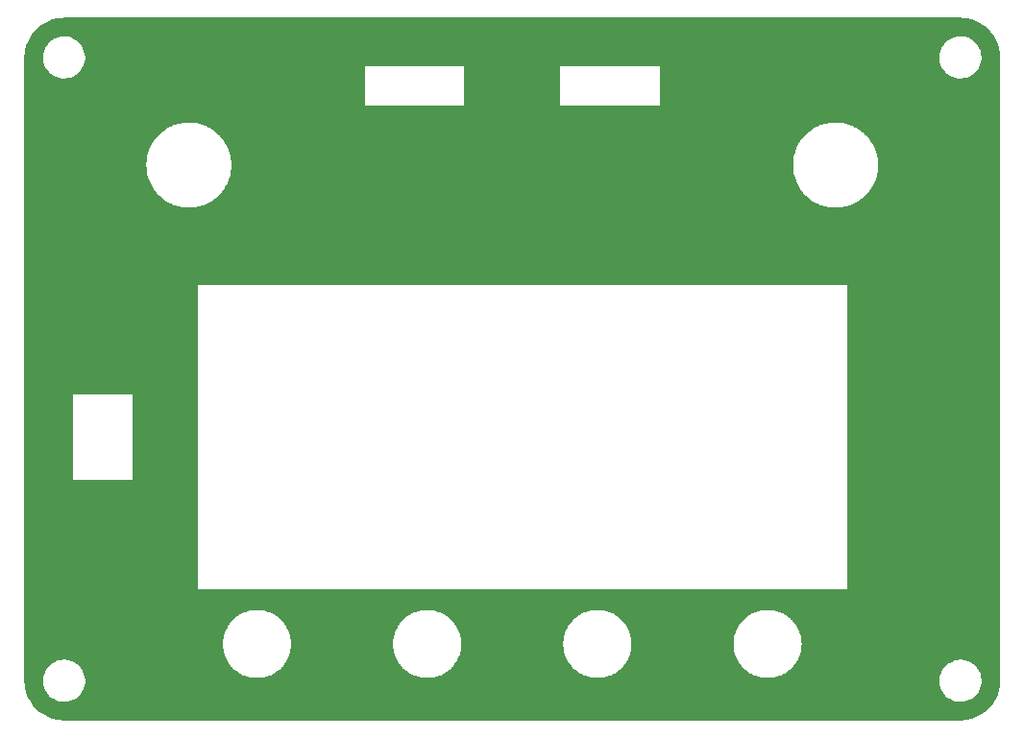
<source format=gbr>
%TF.GenerationSoftware,KiCad,Pcbnew,7.0.8*%
%TF.CreationDate,2024-06-06T18:22:48-04:00*%
%TF.ProjectId,topboard,746f7062-6f61-4726-942e-6b696361645f,rev?*%
%TF.SameCoordinates,Original*%
%TF.FileFunction,Copper,L2,Bot*%
%TF.FilePolarity,Positive*%
%FSLAX46Y46*%
G04 Gerber Fmt 4.6, Leading zero omitted, Abs format (unit mm)*
G04 Created by KiCad (PCBNEW 7.0.8) date 2024-06-06 18:22:48*
%MOMM*%
%LPD*%
G01*
G04 APERTURE LIST*
G04 APERTURE END LIST*
%TA.AperFunction,Conductor*%
%TO.N,GND*%
G36*
X179501513Y-58000575D02*
G01*
X179567131Y-58003797D01*
X179652481Y-58007990D01*
X179846607Y-58018164D01*
X179852409Y-58018745D01*
X180021733Y-58043862D01*
X180197594Y-58071716D01*
X180202929Y-58072804D01*
X180372209Y-58115206D01*
X180541341Y-58160525D01*
X180546122Y-58162018D01*
X180711894Y-58221332D01*
X180874263Y-58283660D01*
X180878543Y-58285492D01*
X180964073Y-58325944D01*
X181038476Y-58361134D01*
X181192992Y-58439864D01*
X181196720Y-58441928D01*
X181348967Y-58533180D01*
X181494262Y-58627537D01*
X181497428Y-58629736D01*
X181640323Y-58735714D01*
X181774975Y-58844752D01*
X181777594Y-58846997D01*
X181908517Y-58965658D01*
X181910721Y-58967757D01*
X182032241Y-59089277D01*
X182034340Y-59091481D01*
X182153001Y-59222404D01*
X182155246Y-59225023D01*
X182264285Y-59359676D01*
X182370262Y-59502570D01*
X182372461Y-59505736D01*
X182466822Y-59651038D01*
X182558070Y-59803278D01*
X182560133Y-59807006D01*
X182638868Y-59961529D01*
X182714506Y-60121455D01*
X182716342Y-60125746D01*
X182778672Y-60288120D01*
X182787616Y-60313116D01*
X182837970Y-60453847D01*
X182839479Y-60458678D01*
X182884793Y-60627790D01*
X182927191Y-60797056D01*
X182928286Y-60802424D01*
X182956145Y-60978317D01*
X182981250Y-61147560D01*
X182981836Y-61153416D01*
X182992011Y-61347561D01*
X182999425Y-61498488D01*
X182999500Y-61501530D01*
X182999500Y-116498469D01*
X182999425Y-116501511D01*
X182992011Y-116652438D01*
X182981836Y-116846582D01*
X182981250Y-116852438D01*
X182956145Y-117021682D01*
X182928286Y-117197574D01*
X182927191Y-117202942D01*
X182884793Y-117372209D01*
X182839479Y-117541320D01*
X182837967Y-117546163D01*
X182778672Y-117711879D01*
X182716342Y-117874252D01*
X182714507Y-117878543D01*
X182638868Y-118038470D01*
X182560133Y-118192992D01*
X182558070Y-118196720D01*
X182466822Y-118348961D01*
X182372461Y-118494262D01*
X182370262Y-118497428D01*
X182264285Y-118640323D01*
X182155245Y-118774975D01*
X182153001Y-118777594D01*
X182034340Y-118908517D01*
X182032241Y-118910721D01*
X181910721Y-119032241D01*
X181908517Y-119034340D01*
X181777594Y-119153001D01*
X181774975Y-119155245D01*
X181640323Y-119264285D01*
X181497428Y-119370262D01*
X181494262Y-119372461D01*
X181348961Y-119466822D01*
X181196720Y-119558070D01*
X181192992Y-119560133D01*
X181038470Y-119638868D01*
X180878543Y-119714507D01*
X180874252Y-119716342D01*
X180711879Y-119778672D01*
X180546163Y-119837967D01*
X180541320Y-119839479D01*
X180372209Y-119884793D01*
X180202942Y-119927191D01*
X180197574Y-119928286D01*
X180021682Y-119956145D01*
X179852438Y-119981250D01*
X179846582Y-119981836D01*
X179652438Y-119992011D01*
X179501513Y-119999425D01*
X179498470Y-119999500D01*
X100501530Y-119999500D01*
X100498488Y-119999425D01*
X100347561Y-119992011D01*
X100153416Y-119981836D01*
X100147560Y-119981250D01*
X99978317Y-119956145D01*
X99802424Y-119928286D01*
X99797056Y-119927191D01*
X99627790Y-119884793D01*
X99458678Y-119839479D01*
X99453847Y-119837970D01*
X99347307Y-119799850D01*
X99288120Y-119778672D01*
X99125746Y-119716342D01*
X99121455Y-119714506D01*
X98961529Y-119638868D01*
X98807006Y-119560133D01*
X98803278Y-119558070D01*
X98651038Y-119466822D01*
X98505736Y-119372461D01*
X98502570Y-119370262D01*
X98359676Y-119264285D01*
X98225023Y-119155246D01*
X98222404Y-119153001D01*
X98091481Y-119034340D01*
X98089277Y-119032241D01*
X97967757Y-118910721D01*
X97965658Y-118908517D01*
X97846997Y-118777594D01*
X97844752Y-118774975D01*
X97735714Y-118640323D01*
X97629736Y-118497428D01*
X97627537Y-118494262D01*
X97533177Y-118348961D01*
X97441928Y-118196720D01*
X97439864Y-118192992D01*
X97401675Y-118118042D01*
X97361131Y-118038470D01*
X97325944Y-117964073D01*
X97285492Y-117878543D01*
X97283656Y-117874252D01*
X97250479Y-117787824D01*
X97221327Y-117711879D01*
X97162018Y-117546122D01*
X97160525Y-117541341D01*
X97115206Y-117372209D01*
X97072804Y-117202929D01*
X97071716Y-117197594D01*
X97043854Y-117021682D01*
X97018745Y-116852409D01*
X97018164Y-116846607D01*
X97007989Y-116652438D01*
X97003828Y-116567763D01*
X98645787Y-116567763D01*
X98675413Y-116837013D01*
X98675415Y-116837024D01*
X98723691Y-117021682D01*
X98743928Y-117099088D01*
X98849870Y-117348390D01*
X98967614Y-117541320D01*
X98990979Y-117579605D01*
X98990986Y-117579615D01*
X99164253Y-117787819D01*
X99164259Y-117787824D01*
X99260719Y-117874252D01*
X99365998Y-117968582D01*
X99591910Y-118118044D01*
X99837176Y-118233020D01*
X99837183Y-118233022D01*
X99837185Y-118233023D01*
X100096557Y-118311057D01*
X100096564Y-118311058D01*
X100096569Y-118311060D01*
X100364561Y-118350500D01*
X100364566Y-118350500D01*
X100567636Y-118350500D01*
X100619133Y-118346730D01*
X100770156Y-118335677D01*
X100882758Y-118310593D01*
X101034546Y-118276782D01*
X101034548Y-118276781D01*
X101034553Y-118276780D01*
X101287558Y-118180014D01*
X101523777Y-118047441D01*
X101738177Y-117881888D01*
X101926186Y-117686881D01*
X102083799Y-117466579D01*
X102157787Y-117322669D01*
X102207649Y-117225690D01*
X102207651Y-117225684D01*
X102207656Y-117225675D01*
X102295118Y-116969305D01*
X102344319Y-116702933D01*
X102349259Y-116567763D01*
X177645787Y-116567763D01*
X177675413Y-116837013D01*
X177675415Y-116837024D01*
X177723691Y-117021682D01*
X177743928Y-117099088D01*
X177849870Y-117348390D01*
X177967614Y-117541320D01*
X177990979Y-117579605D01*
X177990986Y-117579615D01*
X178164253Y-117787819D01*
X178164259Y-117787824D01*
X178260719Y-117874252D01*
X178365998Y-117968582D01*
X178591910Y-118118044D01*
X178837176Y-118233020D01*
X178837183Y-118233022D01*
X178837185Y-118233023D01*
X179096557Y-118311057D01*
X179096564Y-118311058D01*
X179096569Y-118311060D01*
X179364561Y-118350500D01*
X179364566Y-118350500D01*
X179567636Y-118350500D01*
X179619133Y-118346730D01*
X179770156Y-118335677D01*
X179882758Y-118310593D01*
X180034546Y-118276782D01*
X180034548Y-118276781D01*
X180034553Y-118276780D01*
X180287558Y-118180014D01*
X180523777Y-118047441D01*
X180738177Y-117881888D01*
X180926186Y-117686881D01*
X181083799Y-117466579D01*
X181157787Y-117322669D01*
X181207649Y-117225690D01*
X181207651Y-117225684D01*
X181207656Y-117225675D01*
X181295118Y-116969305D01*
X181344319Y-116702933D01*
X181354212Y-116432235D01*
X181324586Y-116162982D01*
X181256072Y-115900912D01*
X181150130Y-115651610D01*
X181009018Y-115420390D01*
X180938686Y-115335877D01*
X180835746Y-115212180D01*
X180835740Y-115212175D01*
X180634002Y-115031418D01*
X180408092Y-114881957D01*
X180408090Y-114881956D01*
X180162824Y-114766980D01*
X180162819Y-114766978D01*
X180162814Y-114766976D01*
X179903442Y-114688942D01*
X179903428Y-114688939D01*
X179787791Y-114671921D01*
X179635439Y-114649500D01*
X179432369Y-114649500D01*
X179432364Y-114649500D01*
X179229844Y-114664323D01*
X179229831Y-114664325D01*
X178965453Y-114723217D01*
X178965446Y-114723220D01*
X178712439Y-114819987D01*
X178476226Y-114952557D01*
X178261822Y-115118112D01*
X178073822Y-115313109D01*
X178073816Y-115313116D01*
X177916202Y-115533419D01*
X177916199Y-115533424D01*
X177792350Y-115774309D01*
X177792343Y-115774327D01*
X177704884Y-116030685D01*
X177704881Y-116030699D01*
X177695376Y-116082158D01*
X177664283Y-116250499D01*
X177655681Y-116297068D01*
X177655680Y-116297075D01*
X177645787Y-116567763D01*
X102349259Y-116567763D01*
X102354212Y-116432235D01*
X102324586Y-116162982D01*
X102256072Y-115900912D01*
X102150130Y-115651610D01*
X102009018Y-115420390D01*
X101938686Y-115335877D01*
X101835746Y-115212180D01*
X101835740Y-115212175D01*
X101634002Y-115031418D01*
X101408092Y-114881957D01*
X101408090Y-114881956D01*
X101162824Y-114766980D01*
X101162819Y-114766978D01*
X101162814Y-114766976D01*
X100903442Y-114688942D01*
X100903428Y-114688939D01*
X100787791Y-114671921D01*
X100635439Y-114649500D01*
X100432369Y-114649500D01*
X100432364Y-114649500D01*
X100229844Y-114664323D01*
X100229831Y-114664325D01*
X99965453Y-114723217D01*
X99965446Y-114723220D01*
X99712439Y-114819987D01*
X99476226Y-114952557D01*
X99261822Y-115118112D01*
X99073822Y-115313109D01*
X99073816Y-115313116D01*
X98916202Y-115533419D01*
X98916199Y-115533424D01*
X98792350Y-115774309D01*
X98792343Y-115774327D01*
X98704884Y-116030685D01*
X98704881Y-116030699D01*
X98695376Y-116082158D01*
X98664283Y-116250499D01*
X98655681Y-116297068D01*
X98655680Y-116297075D01*
X98645787Y-116567763D01*
X97003828Y-116567763D01*
X97003797Y-116567131D01*
X97000575Y-116501513D01*
X97000500Y-116498471D01*
X97000500Y-113250003D01*
X114494415Y-113250003D01*
X114502433Y-113387658D01*
X114502538Y-113391264D01*
X114502538Y-113424583D01*
X114506406Y-113457683D01*
X114506720Y-113461274D01*
X114514738Y-113598928D01*
X114514739Y-113598938D01*
X114538679Y-113734708D01*
X114539202Y-113738276D01*
X114543070Y-113771371D01*
X114543074Y-113771394D01*
X114550756Y-113803812D01*
X114551485Y-113807341D01*
X114575427Y-113943120D01*
X114575430Y-113943132D01*
X114575431Y-113943136D01*
X114586053Y-113978617D01*
X114614978Y-114075234D01*
X114615912Y-114078718D01*
X114623595Y-114111137D01*
X114623596Y-114111140D01*
X114634988Y-114142439D01*
X114636122Y-114145862D01*
X114675672Y-114277968D01*
X114730293Y-114404594D01*
X114731624Y-114407945D01*
X114743016Y-114439243D01*
X114743020Y-114439251D01*
X114757960Y-114469000D01*
X114759484Y-114472268D01*
X114814106Y-114598894D01*
X114814108Y-114598897D01*
X114814111Y-114598904D01*
X114843323Y-114649500D01*
X114883056Y-114718322D01*
X114884767Y-114721496D01*
X114899724Y-114751275D01*
X114918027Y-114779104D01*
X114919921Y-114782174D01*
X114988870Y-114901597D01*
X115020683Y-114944329D01*
X115071236Y-115012233D01*
X115073270Y-115015139D01*
X115081169Y-115027149D01*
X115091585Y-115042987D01*
X115091588Y-115042990D01*
X115113004Y-115068514D01*
X115115241Y-115071343D01*
X115197584Y-115181949D01*
X115197589Y-115181955D01*
X115292219Y-115282256D01*
X115294617Y-115284950D01*
X115316025Y-115310464D01*
X115316028Y-115310467D01*
X115316030Y-115310469D01*
X115340275Y-115333343D01*
X115342808Y-115335877D01*
X115437442Y-115436183D01*
X115437448Y-115436188D01*
X115437450Y-115436190D01*
X115543070Y-115524816D01*
X115545765Y-115527214D01*
X115552342Y-115533419D01*
X115570003Y-115550081D01*
X115589660Y-115564715D01*
X115596725Y-115569975D01*
X115599555Y-115572212D01*
X115705195Y-115660854D01*
X115820404Y-115736628D01*
X115823359Y-115738697D01*
X115850076Y-115758587D01*
X115878922Y-115775241D01*
X115878927Y-115775244D01*
X115881984Y-115777129D01*
X115997207Y-115852913D01*
X116120460Y-115914813D01*
X116123600Y-115916506D01*
X116152462Y-115933170D01*
X116183078Y-115946376D01*
X116186300Y-115947879D01*
X116309549Y-116009777D01*
X116439132Y-116056941D01*
X116442463Y-116058264D01*
X116460945Y-116066237D01*
X116473067Y-116071466D01*
X116473079Y-116071470D01*
X116485658Y-116075235D01*
X116505005Y-116081027D01*
X116508382Y-116082146D01*
X116637989Y-116129319D01*
X116772218Y-116161131D01*
X116775606Y-116162039D01*
X116807566Y-116171608D01*
X116807573Y-116171609D01*
X116807576Y-116171610D01*
X116811933Y-116172378D01*
X116840417Y-116177400D01*
X116843876Y-116178114D01*
X116951702Y-116203670D01*
X116978081Y-116209922D01*
X116978085Y-116209922D01*
X116978086Y-116209923D01*
X117115067Y-116225933D01*
X117118578Y-116226448D01*
X117151420Y-116232239D01*
X117151421Y-116232239D01*
X117151426Y-116232240D01*
X117184692Y-116234177D01*
X117188262Y-116234489D01*
X117325241Y-116250500D01*
X117325248Y-116250500D01*
X117463139Y-116250500D01*
X117466740Y-116250604D01*
X117484193Y-116251621D01*
X117499998Y-116252542D01*
X117500000Y-116252542D01*
X117500002Y-116252542D01*
X117515806Y-116251621D01*
X117533259Y-116250604D01*
X117536861Y-116250500D01*
X117674752Y-116250500D01*
X117674759Y-116250500D01*
X117811760Y-116234486D01*
X117815284Y-116234178D01*
X117848574Y-116232240D01*
X117848578Y-116232239D01*
X117848582Y-116232239D01*
X117859110Y-116230382D01*
X117881412Y-116226449D01*
X117884937Y-116225933D01*
X118021914Y-116209923D01*
X118021924Y-116209920D01*
X118021928Y-116209920D01*
X118076274Y-116197039D01*
X118156111Y-116178117D01*
X118159631Y-116177392D01*
X118159643Y-116177390D01*
X118192434Y-116171608D01*
X118224406Y-116162036D01*
X118227777Y-116161132D01*
X118362011Y-116129319D01*
X118491628Y-116082142D01*
X118494962Y-116081037D01*
X118526930Y-116071467D01*
X118557565Y-116058252D01*
X118560831Y-116056954D01*
X118690451Y-116009777D01*
X118813731Y-115947863D01*
X118816900Y-115946385D01*
X118847538Y-115933170D01*
X118876404Y-115916503D01*
X118879533Y-115914816D01*
X119002793Y-115852913D01*
X119118064Y-115777097D01*
X119121023Y-115775272D01*
X119149924Y-115758587D01*
X119176685Y-115738663D01*
X119179555Y-115736653D01*
X119294811Y-115660849D01*
X119400487Y-115572176D01*
X119403216Y-115570018D01*
X119429997Y-115550081D01*
X119454286Y-115527164D01*
X119456874Y-115524862D01*
X119562558Y-115436183D01*
X119657208Y-115335859D01*
X119659706Y-115333360D01*
X119683970Y-115310469D01*
X119705400Y-115284929D01*
X119707754Y-115282284D01*
X119802412Y-115181953D01*
X119884774Y-115071320D01*
X119886970Y-115068543D01*
X119908409Y-115042994D01*
X119926743Y-115015118D01*
X119928764Y-115012231D01*
X120011130Y-114901596D01*
X120080088Y-114782155D01*
X120081960Y-114779122D01*
X120100278Y-114751271D01*
X120115253Y-114721452D01*
X120116929Y-114718345D01*
X120185889Y-114598904D01*
X120240511Y-114472276D01*
X120242028Y-114469020D01*
X120256982Y-114439246D01*
X120256983Y-114439242D01*
X120256984Y-114439242D01*
X120260607Y-114429284D01*
X120268388Y-114407906D01*
X120269689Y-114404633D01*
X120324326Y-114277971D01*
X120363878Y-114145856D01*
X120365000Y-114142469D01*
X120376404Y-114111139D01*
X120384104Y-114078649D01*
X120385004Y-114075289D01*
X120424569Y-113943136D01*
X120424572Y-113943120D01*
X120424573Y-113943117D01*
X120432285Y-113899370D01*
X120448521Y-113807294D01*
X120449229Y-113803862D01*
X120456927Y-113771386D01*
X120460801Y-113738236D01*
X120461313Y-113734745D01*
X120485262Y-113598927D01*
X120493283Y-113461204D01*
X120493588Y-113457725D01*
X120497462Y-113424582D01*
X120498141Y-113377794D01*
X120505585Y-113250003D01*
X129494415Y-113250003D01*
X129502433Y-113387658D01*
X129502538Y-113391264D01*
X129502538Y-113424583D01*
X129506406Y-113457683D01*
X129506720Y-113461274D01*
X129514738Y-113598928D01*
X129514739Y-113598938D01*
X129538679Y-113734708D01*
X129539202Y-113738276D01*
X129543070Y-113771371D01*
X129543074Y-113771394D01*
X129550756Y-113803812D01*
X129551485Y-113807341D01*
X129575427Y-113943120D01*
X129575430Y-113943132D01*
X129575431Y-113943136D01*
X129586053Y-113978617D01*
X129614978Y-114075234D01*
X129615912Y-114078718D01*
X129623595Y-114111137D01*
X129623596Y-114111140D01*
X129634988Y-114142439D01*
X129636122Y-114145862D01*
X129675672Y-114277968D01*
X129730293Y-114404594D01*
X129731624Y-114407945D01*
X129743016Y-114439243D01*
X129743020Y-114439251D01*
X129757960Y-114469000D01*
X129759484Y-114472268D01*
X129814106Y-114598894D01*
X129814108Y-114598897D01*
X129814111Y-114598904D01*
X129843323Y-114649500D01*
X129883056Y-114718322D01*
X129884767Y-114721496D01*
X129899724Y-114751275D01*
X129918027Y-114779104D01*
X129919921Y-114782174D01*
X129988870Y-114901597D01*
X130020683Y-114944329D01*
X130071236Y-115012233D01*
X130073270Y-115015139D01*
X130081169Y-115027149D01*
X130091585Y-115042987D01*
X130091588Y-115042990D01*
X130113004Y-115068514D01*
X130115241Y-115071343D01*
X130197584Y-115181949D01*
X130197589Y-115181955D01*
X130292219Y-115282256D01*
X130294617Y-115284950D01*
X130316025Y-115310464D01*
X130316028Y-115310467D01*
X130316030Y-115310469D01*
X130340275Y-115333343D01*
X130342808Y-115335877D01*
X130437442Y-115436183D01*
X130437448Y-115436188D01*
X130437450Y-115436190D01*
X130543070Y-115524816D01*
X130545765Y-115527214D01*
X130552342Y-115533419D01*
X130570003Y-115550081D01*
X130589660Y-115564715D01*
X130596725Y-115569975D01*
X130599555Y-115572212D01*
X130705195Y-115660854D01*
X130820404Y-115736628D01*
X130823359Y-115738697D01*
X130850076Y-115758587D01*
X130878922Y-115775241D01*
X130878927Y-115775244D01*
X130881984Y-115777129D01*
X130997207Y-115852913D01*
X131120460Y-115914813D01*
X131123600Y-115916506D01*
X131152462Y-115933170D01*
X131183078Y-115946376D01*
X131186300Y-115947879D01*
X131309549Y-116009777D01*
X131439132Y-116056941D01*
X131442463Y-116058264D01*
X131460945Y-116066237D01*
X131473067Y-116071466D01*
X131473079Y-116071470D01*
X131485658Y-116075235D01*
X131505005Y-116081027D01*
X131508382Y-116082146D01*
X131637989Y-116129319D01*
X131772218Y-116161131D01*
X131775606Y-116162039D01*
X131807566Y-116171608D01*
X131807573Y-116171609D01*
X131807576Y-116171610D01*
X131811933Y-116172378D01*
X131840417Y-116177400D01*
X131843876Y-116178114D01*
X131951702Y-116203670D01*
X131978081Y-116209922D01*
X131978085Y-116209922D01*
X131978086Y-116209923D01*
X132115067Y-116225933D01*
X132118578Y-116226448D01*
X132151420Y-116232239D01*
X132151421Y-116232239D01*
X132151426Y-116232240D01*
X132184692Y-116234177D01*
X132188262Y-116234489D01*
X132325241Y-116250500D01*
X132325248Y-116250500D01*
X132463139Y-116250500D01*
X132466740Y-116250604D01*
X132484193Y-116251621D01*
X132499998Y-116252542D01*
X132500000Y-116252542D01*
X132500002Y-116252542D01*
X132515806Y-116251621D01*
X132533259Y-116250604D01*
X132536861Y-116250500D01*
X132674752Y-116250500D01*
X132674759Y-116250500D01*
X132811760Y-116234486D01*
X132815284Y-116234178D01*
X132848574Y-116232240D01*
X132848578Y-116232239D01*
X132848582Y-116232239D01*
X132859110Y-116230382D01*
X132881412Y-116226449D01*
X132884937Y-116225933D01*
X133021914Y-116209923D01*
X133021924Y-116209920D01*
X133021928Y-116209920D01*
X133076274Y-116197039D01*
X133156111Y-116178117D01*
X133159631Y-116177392D01*
X133159643Y-116177390D01*
X133192434Y-116171608D01*
X133224406Y-116162036D01*
X133227777Y-116161132D01*
X133362011Y-116129319D01*
X133491628Y-116082142D01*
X133494962Y-116081037D01*
X133526930Y-116071467D01*
X133557565Y-116058252D01*
X133560831Y-116056954D01*
X133690451Y-116009777D01*
X133813731Y-115947863D01*
X133816900Y-115946385D01*
X133847538Y-115933170D01*
X133876404Y-115916503D01*
X133879533Y-115914816D01*
X134002793Y-115852913D01*
X134118064Y-115777097D01*
X134121023Y-115775272D01*
X134149924Y-115758587D01*
X134176685Y-115738663D01*
X134179555Y-115736653D01*
X134294811Y-115660849D01*
X134400487Y-115572176D01*
X134403216Y-115570018D01*
X134429997Y-115550081D01*
X134454286Y-115527164D01*
X134456874Y-115524862D01*
X134562558Y-115436183D01*
X134657208Y-115335859D01*
X134659706Y-115333360D01*
X134683970Y-115310469D01*
X134705400Y-115284929D01*
X134707754Y-115282284D01*
X134802412Y-115181953D01*
X134884774Y-115071320D01*
X134886970Y-115068543D01*
X134908409Y-115042994D01*
X134926743Y-115015118D01*
X134928764Y-115012231D01*
X135011130Y-114901596D01*
X135080088Y-114782155D01*
X135081960Y-114779122D01*
X135100278Y-114751271D01*
X135115253Y-114721452D01*
X135116929Y-114718345D01*
X135185889Y-114598904D01*
X135240511Y-114472276D01*
X135242028Y-114469020D01*
X135256982Y-114439246D01*
X135256983Y-114439242D01*
X135256984Y-114439242D01*
X135260607Y-114429284D01*
X135268388Y-114407906D01*
X135269689Y-114404633D01*
X135324326Y-114277971D01*
X135363878Y-114145856D01*
X135365000Y-114142469D01*
X135376404Y-114111139D01*
X135384104Y-114078649D01*
X135385004Y-114075289D01*
X135424569Y-113943136D01*
X135424572Y-113943120D01*
X135424573Y-113943117D01*
X135432285Y-113899370D01*
X135448521Y-113807294D01*
X135449229Y-113803862D01*
X135456927Y-113771386D01*
X135460801Y-113738236D01*
X135461313Y-113734745D01*
X135485262Y-113598927D01*
X135493283Y-113461204D01*
X135493588Y-113457725D01*
X135497462Y-113424582D01*
X135498141Y-113377794D01*
X135505585Y-113250003D01*
X144494415Y-113250003D01*
X144502433Y-113387658D01*
X144502538Y-113391264D01*
X144502538Y-113424583D01*
X144506406Y-113457683D01*
X144506720Y-113461274D01*
X144514738Y-113598928D01*
X144514739Y-113598938D01*
X144538679Y-113734708D01*
X144539202Y-113738276D01*
X144543070Y-113771371D01*
X144543074Y-113771394D01*
X144550756Y-113803812D01*
X144551485Y-113807341D01*
X144575427Y-113943120D01*
X144575430Y-113943132D01*
X144575431Y-113943136D01*
X144586053Y-113978617D01*
X144614978Y-114075234D01*
X144615912Y-114078718D01*
X144623595Y-114111137D01*
X144623596Y-114111140D01*
X144634988Y-114142439D01*
X144636122Y-114145862D01*
X144675672Y-114277968D01*
X144730293Y-114404594D01*
X144731624Y-114407945D01*
X144743016Y-114439243D01*
X144743020Y-114439251D01*
X144757960Y-114469000D01*
X144759484Y-114472268D01*
X144814106Y-114598894D01*
X144814108Y-114598897D01*
X144814111Y-114598904D01*
X144843323Y-114649500D01*
X144883056Y-114718322D01*
X144884767Y-114721496D01*
X144899724Y-114751275D01*
X144918027Y-114779104D01*
X144919921Y-114782174D01*
X144988870Y-114901597D01*
X145020683Y-114944329D01*
X145071236Y-115012233D01*
X145073270Y-115015139D01*
X145081169Y-115027149D01*
X145091585Y-115042987D01*
X145091588Y-115042990D01*
X145113004Y-115068514D01*
X145115241Y-115071343D01*
X145197584Y-115181949D01*
X145197589Y-115181955D01*
X145292219Y-115282256D01*
X145294617Y-115284950D01*
X145316025Y-115310464D01*
X145316028Y-115310467D01*
X145316030Y-115310469D01*
X145340275Y-115333343D01*
X145342808Y-115335877D01*
X145437442Y-115436183D01*
X145437448Y-115436188D01*
X145437450Y-115436190D01*
X145543070Y-115524816D01*
X145545765Y-115527214D01*
X145552342Y-115533419D01*
X145570003Y-115550081D01*
X145589660Y-115564715D01*
X145596725Y-115569975D01*
X145599555Y-115572212D01*
X145705195Y-115660854D01*
X145820404Y-115736628D01*
X145823359Y-115738697D01*
X145850076Y-115758587D01*
X145878922Y-115775241D01*
X145878927Y-115775244D01*
X145881984Y-115777129D01*
X145997207Y-115852913D01*
X146120460Y-115914813D01*
X146123600Y-115916506D01*
X146152462Y-115933170D01*
X146183078Y-115946376D01*
X146186300Y-115947879D01*
X146309549Y-116009777D01*
X146439132Y-116056941D01*
X146442463Y-116058264D01*
X146460945Y-116066237D01*
X146473067Y-116071466D01*
X146473079Y-116071470D01*
X146485658Y-116075235D01*
X146505005Y-116081027D01*
X146508382Y-116082146D01*
X146637989Y-116129319D01*
X146772218Y-116161131D01*
X146775606Y-116162039D01*
X146807566Y-116171608D01*
X146807573Y-116171609D01*
X146807576Y-116171610D01*
X146811933Y-116172378D01*
X146840417Y-116177400D01*
X146843876Y-116178114D01*
X146951702Y-116203670D01*
X146978081Y-116209922D01*
X146978085Y-116209922D01*
X146978086Y-116209923D01*
X147115067Y-116225933D01*
X147118578Y-116226448D01*
X147151420Y-116232239D01*
X147151421Y-116232239D01*
X147151426Y-116232240D01*
X147184692Y-116234177D01*
X147188262Y-116234489D01*
X147325241Y-116250500D01*
X147325248Y-116250500D01*
X147463139Y-116250500D01*
X147466740Y-116250604D01*
X147484193Y-116251621D01*
X147499998Y-116252542D01*
X147500000Y-116252542D01*
X147500002Y-116252542D01*
X147515806Y-116251621D01*
X147533259Y-116250604D01*
X147536861Y-116250500D01*
X147674752Y-116250500D01*
X147674759Y-116250500D01*
X147811760Y-116234486D01*
X147815284Y-116234178D01*
X147848574Y-116232240D01*
X147848578Y-116232239D01*
X147848582Y-116232239D01*
X147859110Y-116230382D01*
X147881412Y-116226449D01*
X147884937Y-116225933D01*
X148021914Y-116209923D01*
X148021924Y-116209920D01*
X148021928Y-116209920D01*
X148076274Y-116197039D01*
X148156111Y-116178117D01*
X148159631Y-116177392D01*
X148159643Y-116177390D01*
X148192434Y-116171608D01*
X148224406Y-116162036D01*
X148227777Y-116161132D01*
X148362011Y-116129319D01*
X148491628Y-116082142D01*
X148494962Y-116081037D01*
X148526930Y-116071467D01*
X148557565Y-116058252D01*
X148560831Y-116056954D01*
X148690451Y-116009777D01*
X148813731Y-115947863D01*
X148816900Y-115946385D01*
X148847538Y-115933170D01*
X148876404Y-115916503D01*
X148879533Y-115914816D01*
X149002793Y-115852913D01*
X149118064Y-115777097D01*
X149121023Y-115775272D01*
X149149924Y-115758587D01*
X149176685Y-115738663D01*
X149179555Y-115736653D01*
X149294811Y-115660849D01*
X149400487Y-115572176D01*
X149403216Y-115570018D01*
X149429997Y-115550081D01*
X149454286Y-115527164D01*
X149456874Y-115524862D01*
X149562558Y-115436183D01*
X149657208Y-115335859D01*
X149659706Y-115333360D01*
X149683970Y-115310469D01*
X149705400Y-115284929D01*
X149707754Y-115282284D01*
X149802412Y-115181953D01*
X149884774Y-115071320D01*
X149886970Y-115068543D01*
X149908409Y-115042994D01*
X149926743Y-115015118D01*
X149928764Y-115012231D01*
X150011130Y-114901596D01*
X150080088Y-114782155D01*
X150081960Y-114779122D01*
X150100278Y-114751271D01*
X150115253Y-114721452D01*
X150116929Y-114718345D01*
X150185889Y-114598904D01*
X150240511Y-114472276D01*
X150242028Y-114469020D01*
X150256982Y-114439246D01*
X150256983Y-114439242D01*
X150256984Y-114439242D01*
X150260607Y-114429284D01*
X150268388Y-114407906D01*
X150269689Y-114404633D01*
X150324326Y-114277971D01*
X150363878Y-114145856D01*
X150365000Y-114142469D01*
X150376404Y-114111139D01*
X150384104Y-114078649D01*
X150385004Y-114075289D01*
X150424569Y-113943136D01*
X150424572Y-113943120D01*
X150424573Y-113943117D01*
X150432285Y-113899370D01*
X150448521Y-113807294D01*
X150449229Y-113803862D01*
X150456927Y-113771386D01*
X150460801Y-113738236D01*
X150461313Y-113734745D01*
X150485262Y-113598927D01*
X150493283Y-113461204D01*
X150493588Y-113457725D01*
X150497462Y-113424582D01*
X150498141Y-113377794D01*
X150505585Y-113250003D01*
X159494415Y-113250003D01*
X159502433Y-113387658D01*
X159502538Y-113391264D01*
X159502538Y-113424583D01*
X159506406Y-113457683D01*
X159506720Y-113461274D01*
X159514738Y-113598928D01*
X159514739Y-113598938D01*
X159538679Y-113734708D01*
X159539202Y-113738276D01*
X159543070Y-113771371D01*
X159543074Y-113771394D01*
X159550756Y-113803812D01*
X159551485Y-113807341D01*
X159575427Y-113943120D01*
X159575430Y-113943132D01*
X159575431Y-113943136D01*
X159586053Y-113978617D01*
X159614978Y-114075234D01*
X159615912Y-114078718D01*
X159623595Y-114111137D01*
X159623596Y-114111140D01*
X159634988Y-114142439D01*
X159636122Y-114145862D01*
X159675672Y-114277968D01*
X159730293Y-114404594D01*
X159731624Y-114407945D01*
X159743016Y-114439243D01*
X159743020Y-114439251D01*
X159757960Y-114469000D01*
X159759484Y-114472268D01*
X159814106Y-114598894D01*
X159814108Y-114598897D01*
X159814111Y-114598904D01*
X159843323Y-114649500D01*
X159883056Y-114718322D01*
X159884767Y-114721496D01*
X159899724Y-114751275D01*
X159918027Y-114779104D01*
X159919921Y-114782174D01*
X159988870Y-114901597D01*
X160020683Y-114944329D01*
X160071236Y-115012233D01*
X160073270Y-115015139D01*
X160081169Y-115027149D01*
X160091585Y-115042987D01*
X160091588Y-115042990D01*
X160113004Y-115068514D01*
X160115241Y-115071343D01*
X160197584Y-115181949D01*
X160197589Y-115181955D01*
X160292219Y-115282256D01*
X160294617Y-115284950D01*
X160316025Y-115310464D01*
X160316028Y-115310467D01*
X160316030Y-115310469D01*
X160340275Y-115333343D01*
X160342808Y-115335877D01*
X160437442Y-115436183D01*
X160437448Y-115436188D01*
X160437450Y-115436190D01*
X160543070Y-115524816D01*
X160545765Y-115527214D01*
X160552342Y-115533419D01*
X160570003Y-115550081D01*
X160589660Y-115564715D01*
X160596725Y-115569975D01*
X160599555Y-115572212D01*
X160705195Y-115660854D01*
X160820404Y-115736628D01*
X160823359Y-115738697D01*
X160850076Y-115758587D01*
X160878922Y-115775241D01*
X160878927Y-115775244D01*
X160881984Y-115777129D01*
X160997207Y-115852913D01*
X161120460Y-115914813D01*
X161123600Y-115916506D01*
X161152462Y-115933170D01*
X161183078Y-115946376D01*
X161186300Y-115947879D01*
X161309549Y-116009777D01*
X161439132Y-116056941D01*
X161442463Y-116058264D01*
X161460945Y-116066237D01*
X161473067Y-116071466D01*
X161473079Y-116071470D01*
X161485658Y-116075235D01*
X161505005Y-116081027D01*
X161508382Y-116082146D01*
X161637989Y-116129319D01*
X161772218Y-116161131D01*
X161775606Y-116162039D01*
X161807566Y-116171608D01*
X161807573Y-116171609D01*
X161807576Y-116171610D01*
X161811933Y-116172378D01*
X161840417Y-116177400D01*
X161843876Y-116178114D01*
X161951702Y-116203670D01*
X161978081Y-116209922D01*
X161978085Y-116209922D01*
X161978086Y-116209923D01*
X162115067Y-116225933D01*
X162118578Y-116226448D01*
X162151420Y-116232239D01*
X162151421Y-116232239D01*
X162151426Y-116232240D01*
X162184692Y-116234177D01*
X162188262Y-116234489D01*
X162325241Y-116250500D01*
X162325248Y-116250500D01*
X162463139Y-116250500D01*
X162466740Y-116250604D01*
X162484193Y-116251621D01*
X162499998Y-116252542D01*
X162500000Y-116252542D01*
X162500002Y-116252542D01*
X162515806Y-116251621D01*
X162533259Y-116250604D01*
X162536861Y-116250500D01*
X162674752Y-116250500D01*
X162674759Y-116250500D01*
X162811760Y-116234486D01*
X162815284Y-116234178D01*
X162848574Y-116232240D01*
X162848578Y-116232239D01*
X162848582Y-116232239D01*
X162859110Y-116230382D01*
X162881412Y-116226449D01*
X162884937Y-116225933D01*
X163021914Y-116209923D01*
X163021924Y-116209920D01*
X163021928Y-116209920D01*
X163076274Y-116197039D01*
X163156111Y-116178117D01*
X163159631Y-116177392D01*
X163159643Y-116177390D01*
X163192434Y-116171608D01*
X163224406Y-116162036D01*
X163227777Y-116161132D01*
X163362011Y-116129319D01*
X163491628Y-116082142D01*
X163494962Y-116081037D01*
X163526930Y-116071467D01*
X163557565Y-116058252D01*
X163560831Y-116056954D01*
X163690451Y-116009777D01*
X163813731Y-115947863D01*
X163816900Y-115946385D01*
X163847538Y-115933170D01*
X163876404Y-115916503D01*
X163879533Y-115914816D01*
X164002793Y-115852913D01*
X164118064Y-115777097D01*
X164121023Y-115775272D01*
X164149924Y-115758587D01*
X164176685Y-115738663D01*
X164179555Y-115736653D01*
X164294811Y-115660849D01*
X164400487Y-115572176D01*
X164403216Y-115570018D01*
X164429997Y-115550081D01*
X164454286Y-115527164D01*
X164456874Y-115524862D01*
X164562558Y-115436183D01*
X164657208Y-115335859D01*
X164659706Y-115333360D01*
X164683970Y-115310469D01*
X164705400Y-115284929D01*
X164707754Y-115282284D01*
X164802412Y-115181953D01*
X164884774Y-115071320D01*
X164886970Y-115068543D01*
X164908409Y-115042994D01*
X164926743Y-115015118D01*
X164928764Y-115012231D01*
X165011130Y-114901596D01*
X165080088Y-114782155D01*
X165081960Y-114779122D01*
X165100278Y-114751271D01*
X165115253Y-114721452D01*
X165116929Y-114718345D01*
X165185889Y-114598904D01*
X165240511Y-114472276D01*
X165242028Y-114469020D01*
X165256982Y-114439246D01*
X165256983Y-114439242D01*
X165256984Y-114439242D01*
X165260607Y-114429284D01*
X165268388Y-114407906D01*
X165269689Y-114404633D01*
X165324326Y-114277971D01*
X165363878Y-114145856D01*
X165365000Y-114142469D01*
X165376404Y-114111139D01*
X165384104Y-114078649D01*
X165385004Y-114075289D01*
X165424569Y-113943136D01*
X165424572Y-113943120D01*
X165424573Y-113943117D01*
X165432285Y-113899370D01*
X165448521Y-113807294D01*
X165449229Y-113803862D01*
X165456927Y-113771386D01*
X165460801Y-113738236D01*
X165461313Y-113734745D01*
X165485262Y-113598927D01*
X165493283Y-113461204D01*
X165493588Y-113457725D01*
X165497462Y-113424582D01*
X165498141Y-113377794D01*
X165505585Y-113250000D01*
X165498141Y-113122208D01*
X165497462Y-113075418D01*
X165493588Y-113042281D01*
X165493281Y-113038761D01*
X165485262Y-112901073D01*
X165461315Y-112765264D01*
X165460795Y-112761711D01*
X165456927Y-112728614D01*
X165449240Y-112696180D01*
X165448516Y-112692675D01*
X165424817Y-112558268D01*
X165424573Y-112556882D01*
X165424567Y-112556858D01*
X165385009Y-112424725D01*
X165384095Y-112421311D01*
X165376404Y-112388861D01*
X165376401Y-112388854D01*
X165365012Y-112357563D01*
X165365004Y-112357540D01*
X165363878Y-112354142D01*
X165324326Y-112222029D01*
X165269701Y-112095394D01*
X165268369Y-112092040D01*
X165256984Y-112060759D01*
X165256983Y-112060757D01*
X165256982Y-112060754D01*
X165242031Y-112030983D01*
X165240519Y-112027744D01*
X165185889Y-111901096D01*
X165116939Y-111781671D01*
X165115233Y-111778508D01*
X165100281Y-111748735D01*
X165100278Y-111748729D01*
X165081959Y-111720876D01*
X165080072Y-111717816D01*
X165011129Y-111598402D01*
X164928789Y-111487801D01*
X164926720Y-111484846D01*
X164921809Y-111477380D01*
X164908409Y-111457006D01*
X164886989Y-111431479D01*
X164884757Y-111428655D01*
X164802413Y-111318048D01*
X164802410Y-111318044D01*
X164707779Y-111217742D01*
X164705381Y-111215047D01*
X164683969Y-111189529D01*
X164683968Y-111189528D01*
X164659732Y-111166663D01*
X164657191Y-111164122D01*
X164562558Y-111063817D01*
X164497326Y-111009081D01*
X164456937Y-110975190D01*
X164454243Y-110972793D01*
X164440990Y-110960290D01*
X164429997Y-110949919D01*
X164403267Y-110930019D01*
X164400445Y-110927788D01*
X164294804Y-110839145D01*
X164179604Y-110763378D01*
X164176650Y-110761309D01*
X164149924Y-110741413D01*
X164121067Y-110724752D01*
X164117998Y-110722859D01*
X164002793Y-110647087D01*
X163879568Y-110585201D01*
X163876393Y-110583489D01*
X163847544Y-110566833D01*
X163847540Y-110566831D01*
X163847538Y-110566830D01*
X163816951Y-110553636D01*
X163813683Y-110552112D01*
X163757740Y-110524017D01*
X163690451Y-110490223D01*
X163657613Y-110478271D01*
X163560877Y-110443061D01*
X163557525Y-110441730D01*
X163526932Y-110428534D01*
X163526921Y-110428529D01*
X163495005Y-110418975D01*
X163491597Y-110417846D01*
X163362011Y-110370681D01*
X163362010Y-110370680D01*
X163362008Y-110370680D01*
X163227836Y-110338881D01*
X163224353Y-110337947D01*
X163192446Y-110328395D01*
X163192437Y-110328393D01*
X163192434Y-110328392D01*
X163192428Y-110328391D01*
X163192424Y-110328390D01*
X163159618Y-110322604D01*
X163156089Y-110321875D01*
X163021911Y-110290076D01*
X163021905Y-110290075D01*
X162884959Y-110274068D01*
X162881392Y-110273546D01*
X162848575Y-110267760D01*
X162815315Y-110265822D01*
X162811724Y-110265508D01*
X162716396Y-110254366D01*
X162674759Y-110249500D01*
X162536861Y-110249500D01*
X162533259Y-110249395D01*
X162515806Y-110248378D01*
X162500002Y-110247458D01*
X162499998Y-110247458D01*
X162484193Y-110248378D01*
X162466740Y-110249395D01*
X162463139Y-110249500D01*
X162325241Y-110249500D01*
X162296218Y-110252892D01*
X162188274Y-110265508D01*
X162184683Y-110265822D01*
X162151420Y-110267760D01*
X162118591Y-110273548D01*
X162115025Y-110274070D01*
X161978094Y-110290075D01*
X161978088Y-110290076D01*
X161843915Y-110321874D01*
X161840386Y-110322603D01*
X161807574Y-110328390D01*
X161807566Y-110328392D01*
X161775647Y-110337946D01*
X161772166Y-110338879D01*
X161638002Y-110370676D01*
X161637987Y-110370681D01*
X161508421Y-110417839D01*
X161504999Y-110418972D01*
X161473083Y-110428528D01*
X161473059Y-110428536D01*
X161442484Y-110441725D01*
X161439134Y-110443056D01*
X161309556Y-110490219D01*
X161309551Y-110490221D01*
X161186328Y-110552106D01*
X161183061Y-110553629D01*
X161152469Y-110566826D01*
X161152461Y-110566830D01*
X161123597Y-110583493D01*
X161120425Y-110585203D01*
X160997207Y-110647086D01*
X160997204Y-110647088D01*
X160881989Y-110722866D01*
X160878921Y-110724758D01*
X160850085Y-110741407D01*
X160850080Y-110741410D01*
X160850076Y-110741413D01*
X160843063Y-110746633D01*
X160823351Y-110761307D01*
X160820400Y-110763374D01*
X160705195Y-110839147D01*
X160705173Y-110839163D01*
X160599558Y-110927783D01*
X160596732Y-110930019D01*
X160570004Y-110949918D01*
X160545762Y-110972788D01*
X160543070Y-110975184D01*
X160437444Y-111063814D01*
X160342798Y-111164131D01*
X160340249Y-111166681D01*
X160316031Y-111189528D01*
X160294626Y-111215037D01*
X160292230Y-111217729D01*
X160197586Y-111318048D01*
X160115236Y-111428662D01*
X160113001Y-111431488D01*
X160091595Y-111457001D01*
X160091588Y-111457010D01*
X160073284Y-111484838D01*
X160071217Y-111487790D01*
X159988873Y-111598399D01*
X159988863Y-111598414D01*
X159919914Y-111717835D01*
X159918022Y-111720903D01*
X159899723Y-111748726D01*
X159899718Y-111748735D01*
X159884769Y-111778498D01*
X159883059Y-111781670D01*
X159814115Y-111901088D01*
X159814107Y-111901104D01*
X159759492Y-112027716D01*
X159757968Y-112030983D01*
X159743019Y-112060750D01*
X159743017Y-112060754D01*
X159731628Y-112092044D01*
X159730297Y-112095395D01*
X159675673Y-112222029D01*
X159636120Y-112354142D01*
X159634987Y-112357563D01*
X159623598Y-112388854D01*
X159615913Y-112421275D01*
X159614980Y-112424757D01*
X159575431Y-112556862D01*
X159575427Y-112556879D01*
X159551485Y-112692661D01*
X159550756Y-112696191D01*
X159543073Y-112728613D01*
X159543070Y-112728628D01*
X159539202Y-112761724D01*
X159538679Y-112765292D01*
X159514739Y-112901061D01*
X159514738Y-112901071D01*
X159506720Y-113038724D01*
X159506406Y-113042315D01*
X159502538Y-113075414D01*
X159502538Y-113108734D01*
X159502433Y-113112340D01*
X159494415Y-113249996D01*
X159494415Y-113250003D01*
X150505585Y-113250003D01*
X150505585Y-113250000D01*
X150498141Y-113122208D01*
X150497462Y-113075418D01*
X150493588Y-113042281D01*
X150493281Y-113038761D01*
X150485262Y-112901073D01*
X150461315Y-112765264D01*
X150460795Y-112761711D01*
X150456927Y-112728614D01*
X150449240Y-112696180D01*
X150448516Y-112692675D01*
X150424817Y-112558268D01*
X150424573Y-112556882D01*
X150424567Y-112556858D01*
X150385009Y-112424725D01*
X150384095Y-112421311D01*
X150376404Y-112388861D01*
X150376401Y-112388854D01*
X150365012Y-112357563D01*
X150365004Y-112357540D01*
X150363878Y-112354142D01*
X150324326Y-112222029D01*
X150269701Y-112095394D01*
X150268369Y-112092040D01*
X150256984Y-112060759D01*
X150256983Y-112060757D01*
X150256982Y-112060754D01*
X150242031Y-112030983D01*
X150240519Y-112027744D01*
X150185889Y-111901096D01*
X150116939Y-111781671D01*
X150115233Y-111778508D01*
X150100281Y-111748735D01*
X150100278Y-111748729D01*
X150081959Y-111720876D01*
X150080072Y-111717816D01*
X150011129Y-111598402D01*
X149928789Y-111487801D01*
X149926720Y-111484846D01*
X149921809Y-111477380D01*
X149908409Y-111457006D01*
X149886989Y-111431479D01*
X149884757Y-111428655D01*
X149802413Y-111318048D01*
X149802410Y-111318044D01*
X149707779Y-111217742D01*
X149705381Y-111215047D01*
X149683969Y-111189529D01*
X149683968Y-111189528D01*
X149659732Y-111166663D01*
X149657191Y-111164122D01*
X149562558Y-111063817D01*
X149497326Y-111009081D01*
X149456937Y-110975190D01*
X149454243Y-110972793D01*
X149440990Y-110960290D01*
X149429997Y-110949919D01*
X149403267Y-110930019D01*
X149400445Y-110927788D01*
X149294804Y-110839145D01*
X149179604Y-110763378D01*
X149176650Y-110761309D01*
X149149924Y-110741413D01*
X149121067Y-110724752D01*
X149117998Y-110722859D01*
X149002793Y-110647087D01*
X148879568Y-110585201D01*
X148876393Y-110583489D01*
X148847544Y-110566833D01*
X148847540Y-110566831D01*
X148847538Y-110566830D01*
X148816951Y-110553636D01*
X148813683Y-110552112D01*
X148757740Y-110524017D01*
X148690451Y-110490223D01*
X148657613Y-110478271D01*
X148560877Y-110443061D01*
X148557525Y-110441730D01*
X148526932Y-110428534D01*
X148526921Y-110428529D01*
X148495005Y-110418975D01*
X148491597Y-110417846D01*
X148362011Y-110370681D01*
X148362010Y-110370680D01*
X148362008Y-110370680D01*
X148227836Y-110338881D01*
X148224353Y-110337947D01*
X148192446Y-110328395D01*
X148192437Y-110328393D01*
X148192434Y-110328392D01*
X148192428Y-110328391D01*
X148192424Y-110328390D01*
X148159618Y-110322604D01*
X148156089Y-110321875D01*
X148021911Y-110290076D01*
X148021905Y-110290075D01*
X147884959Y-110274068D01*
X147881392Y-110273546D01*
X147848575Y-110267760D01*
X147815315Y-110265822D01*
X147811724Y-110265508D01*
X147716396Y-110254366D01*
X147674759Y-110249500D01*
X147536861Y-110249500D01*
X147533259Y-110249395D01*
X147515806Y-110248378D01*
X147500002Y-110247458D01*
X147499998Y-110247458D01*
X147484193Y-110248378D01*
X147466740Y-110249395D01*
X147463139Y-110249500D01*
X147325241Y-110249500D01*
X147296218Y-110252892D01*
X147188274Y-110265508D01*
X147184683Y-110265822D01*
X147151420Y-110267760D01*
X147118591Y-110273548D01*
X147115025Y-110274070D01*
X146978094Y-110290075D01*
X146978088Y-110290076D01*
X146843915Y-110321874D01*
X146840386Y-110322603D01*
X146807574Y-110328390D01*
X146807566Y-110328392D01*
X146775647Y-110337946D01*
X146772166Y-110338879D01*
X146638002Y-110370676D01*
X146637987Y-110370681D01*
X146508421Y-110417839D01*
X146504999Y-110418972D01*
X146473083Y-110428528D01*
X146473059Y-110428536D01*
X146442484Y-110441725D01*
X146439134Y-110443056D01*
X146309556Y-110490219D01*
X146309551Y-110490221D01*
X146186328Y-110552106D01*
X146183061Y-110553629D01*
X146152469Y-110566826D01*
X146152461Y-110566830D01*
X146123597Y-110583493D01*
X146120425Y-110585203D01*
X145997207Y-110647086D01*
X145997204Y-110647088D01*
X145881989Y-110722866D01*
X145878921Y-110724758D01*
X145850085Y-110741407D01*
X145850080Y-110741410D01*
X145850076Y-110741413D01*
X145843063Y-110746633D01*
X145823351Y-110761307D01*
X145820400Y-110763374D01*
X145705195Y-110839147D01*
X145705173Y-110839163D01*
X145599558Y-110927783D01*
X145596732Y-110930019D01*
X145570004Y-110949918D01*
X145545762Y-110972788D01*
X145543070Y-110975184D01*
X145437444Y-111063814D01*
X145342798Y-111164131D01*
X145340249Y-111166681D01*
X145316031Y-111189528D01*
X145294626Y-111215037D01*
X145292230Y-111217729D01*
X145197586Y-111318048D01*
X145115236Y-111428662D01*
X145113001Y-111431488D01*
X145091595Y-111457001D01*
X145091588Y-111457010D01*
X145073284Y-111484838D01*
X145071217Y-111487790D01*
X144988873Y-111598399D01*
X144988863Y-111598414D01*
X144919914Y-111717835D01*
X144918022Y-111720903D01*
X144899723Y-111748726D01*
X144899718Y-111748735D01*
X144884769Y-111778498D01*
X144883059Y-111781670D01*
X144814115Y-111901088D01*
X144814107Y-111901104D01*
X144759492Y-112027716D01*
X144757968Y-112030983D01*
X144743019Y-112060750D01*
X144743017Y-112060754D01*
X144731628Y-112092044D01*
X144730297Y-112095395D01*
X144675673Y-112222029D01*
X144636120Y-112354142D01*
X144634987Y-112357563D01*
X144623598Y-112388854D01*
X144615913Y-112421275D01*
X144614980Y-112424757D01*
X144575431Y-112556862D01*
X144575427Y-112556879D01*
X144551485Y-112692661D01*
X144550756Y-112696191D01*
X144543073Y-112728613D01*
X144543070Y-112728628D01*
X144539202Y-112761724D01*
X144538679Y-112765292D01*
X144514739Y-112901061D01*
X144514738Y-112901071D01*
X144506720Y-113038724D01*
X144506406Y-113042315D01*
X144502538Y-113075414D01*
X144502538Y-113108734D01*
X144502433Y-113112340D01*
X144494415Y-113249996D01*
X144494415Y-113250003D01*
X135505585Y-113250003D01*
X135505585Y-113250000D01*
X135498141Y-113122208D01*
X135497462Y-113075418D01*
X135493588Y-113042281D01*
X135493281Y-113038761D01*
X135485262Y-112901073D01*
X135461315Y-112765264D01*
X135460795Y-112761711D01*
X135456927Y-112728614D01*
X135449240Y-112696180D01*
X135448516Y-112692675D01*
X135424817Y-112558268D01*
X135424573Y-112556882D01*
X135424567Y-112556858D01*
X135385009Y-112424725D01*
X135384095Y-112421311D01*
X135376404Y-112388861D01*
X135376401Y-112388854D01*
X135365012Y-112357563D01*
X135365004Y-112357540D01*
X135363878Y-112354142D01*
X135324326Y-112222029D01*
X135269701Y-112095394D01*
X135268369Y-112092040D01*
X135256984Y-112060759D01*
X135256983Y-112060757D01*
X135256982Y-112060754D01*
X135242031Y-112030983D01*
X135240519Y-112027744D01*
X135185889Y-111901096D01*
X135116939Y-111781671D01*
X135115233Y-111778508D01*
X135100281Y-111748735D01*
X135100278Y-111748729D01*
X135081959Y-111720876D01*
X135080072Y-111717816D01*
X135011129Y-111598402D01*
X134928789Y-111487801D01*
X134926720Y-111484846D01*
X134921809Y-111477380D01*
X134908409Y-111457006D01*
X134886989Y-111431479D01*
X134884757Y-111428655D01*
X134802413Y-111318048D01*
X134802410Y-111318044D01*
X134707779Y-111217742D01*
X134705381Y-111215047D01*
X134683969Y-111189529D01*
X134683968Y-111189528D01*
X134659732Y-111166663D01*
X134657191Y-111164122D01*
X134562558Y-111063817D01*
X134497326Y-111009081D01*
X134456937Y-110975190D01*
X134454243Y-110972793D01*
X134440990Y-110960290D01*
X134429997Y-110949919D01*
X134403267Y-110930019D01*
X134400445Y-110927788D01*
X134294804Y-110839145D01*
X134179604Y-110763378D01*
X134176650Y-110761309D01*
X134149924Y-110741413D01*
X134121067Y-110724752D01*
X134117998Y-110722859D01*
X134002793Y-110647087D01*
X133879568Y-110585201D01*
X133876393Y-110583489D01*
X133847544Y-110566833D01*
X133847540Y-110566831D01*
X133847538Y-110566830D01*
X133816951Y-110553636D01*
X133813683Y-110552112D01*
X133757740Y-110524017D01*
X133690451Y-110490223D01*
X133657613Y-110478271D01*
X133560877Y-110443061D01*
X133557525Y-110441730D01*
X133526932Y-110428534D01*
X133526921Y-110428529D01*
X133495005Y-110418975D01*
X133491597Y-110417846D01*
X133362011Y-110370681D01*
X133362010Y-110370680D01*
X133362008Y-110370680D01*
X133227836Y-110338881D01*
X133224353Y-110337947D01*
X133192446Y-110328395D01*
X133192437Y-110328393D01*
X133192434Y-110328392D01*
X133192428Y-110328391D01*
X133192424Y-110328390D01*
X133159618Y-110322604D01*
X133156089Y-110321875D01*
X133021911Y-110290076D01*
X133021905Y-110290075D01*
X132884959Y-110274068D01*
X132881392Y-110273546D01*
X132848575Y-110267760D01*
X132815315Y-110265822D01*
X132811724Y-110265508D01*
X132716396Y-110254366D01*
X132674759Y-110249500D01*
X132536861Y-110249500D01*
X132533259Y-110249395D01*
X132515806Y-110248378D01*
X132500002Y-110247458D01*
X132499998Y-110247458D01*
X132484193Y-110248378D01*
X132466740Y-110249395D01*
X132463139Y-110249500D01*
X132325241Y-110249500D01*
X132296218Y-110252892D01*
X132188274Y-110265508D01*
X132184683Y-110265822D01*
X132151420Y-110267760D01*
X132118591Y-110273548D01*
X132115025Y-110274070D01*
X131978094Y-110290075D01*
X131978088Y-110290076D01*
X131843915Y-110321874D01*
X131840386Y-110322603D01*
X131807574Y-110328390D01*
X131807566Y-110328392D01*
X131775647Y-110337946D01*
X131772166Y-110338879D01*
X131638002Y-110370676D01*
X131637987Y-110370681D01*
X131508421Y-110417839D01*
X131504999Y-110418972D01*
X131473083Y-110428528D01*
X131473059Y-110428536D01*
X131442484Y-110441725D01*
X131439134Y-110443056D01*
X131309556Y-110490219D01*
X131309551Y-110490221D01*
X131186328Y-110552106D01*
X131183061Y-110553629D01*
X131152469Y-110566826D01*
X131152461Y-110566830D01*
X131123597Y-110583493D01*
X131120425Y-110585203D01*
X130997207Y-110647086D01*
X130997204Y-110647088D01*
X130881989Y-110722866D01*
X130878921Y-110724758D01*
X130850085Y-110741407D01*
X130850080Y-110741410D01*
X130850076Y-110741413D01*
X130843063Y-110746633D01*
X130823351Y-110761307D01*
X130820400Y-110763374D01*
X130705195Y-110839147D01*
X130705173Y-110839163D01*
X130599558Y-110927783D01*
X130596732Y-110930019D01*
X130570004Y-110949918D01*
X130545762Y-110972788D01*
X130543070Y-110975184D01*
X130437444Y-111063814D01*
X130342798Y-111164131D01*
X130340249Y-111166681D01*
X130316031Y-111189528D01*
X130294626Y-111215037D01*
X130292230Y-111217729D01*
X130197586Y-111318048D01*
X130115236Y-111428662D01*
X130113001Y-111431488D01*
X130091595Y-111457001D01*
X130091588Y-111457010D01*
X130073284Y-111484838D01*
X130071217Y-111487790D01*
X129988873Y-111598399D01*
X129988863Y-111598414D01*
X129919914Y-111717835D01*
X129918022Y-111720903D01*
X129899723Y-111748726D01*
X129899718Y-111748735D01*
X129884769Y-111778498D01*
X129883059Y-111781670D01*
X129814115Y-111901088D01*
X129814107Y-111901104D01*
X129759492Y-112027716D01*
X129757968Y-112030983D01*
X129743019Y-112060750D01*
X129743017Y-112060754D01*
X129731628Y-112092044D01*
X129730297Y-112095395D01*
X129675673Y-112222029D01*
X129636120Y-112354142D01*
X129634987Y-112357563D01*
X129623598Y-112388854D01*
X129615913Y-112421275D01*
X129614980Y-112424757D01*
X129575431Y-112556862D01*
X129575427Y-112556879D01*
X129551485Y-112692661D01*
X129550756Y-112696191D01*
X129543073Y-112728613D01*
X129543070Y-112728628D01*
X129539202Y-112761724D01*
X129538679Y-112765292D01*
X129514739Y-112901061D01*
X129514738Y-112901071D01*
X129506720Y-113038724D01*
X129506406Y-113042315D01*
X129502538Y-113075414D01*
X129502538Y-113108734D01*
X129502433Y-113112340D01*
X129494415Y-113249996D01*
X129494415Y-113250003D01*
X120505585Y-113250003D01*
X120505585Y-113250000D01*
X120498141Y-113122208D01*
X120497462Y-113075418D01*
X120493588Y-113042281D01*
X120493281Y-113038761D01*
X120485262Y-112901073D01*
X120461315Y-112765264D01*
X120460795Y-112761711D01*
X120456927Y-112728614D01*
X120449240Y-112696180D01*
X120448516Y-112692675D01*
X120424817Y-112558268D01*
X120424573Y-112556882D01*
X120424567Y-112556858D01*
X120385009Y-112424725D01*
X120384095Y-112421311D01*
X120376404Y-112388861D01*
X120376401Y-112388854D01*
X120365012Y-112357563D01*
X120365004Y-112357540D01*
X120363878Y-112354142D01*
X120324326Y-112222029D01*
X120269701Y-112095394D01*
X120268369Y-112092040D01*
X120256984Y-112060759D01*
X120256983Y-112060757D01*
X120256982Y-112060754D01*
X120242031Y-112030983D01*
X120240519Y-112027744D01*
X120185889Y-111901096D01*
X120116939Y-111781671D01*
X120115233Y-111778508D01*
X120100281Y-111748735D01*
X120100278Y-111748729D01*
X120081959Y-111720876D01*
X120080072Y-111717816D01*
X120011129Y-111598402D01*
X119928789Y-111487801D01*
X119926720Y-111484846D01*
X119921809Y-111477380D01*
X119908409Y-111457006D01*
X119886989Y-111431479D01*
X119884757Y-111428655D01*
X119802413Y-111318048D01*
X119802410Y-111318044D01*
X119707779Y-111217742D01*
X119705381Y-111215047D01*
X119683969Y-111189529D01*
X119683968Y-111189528D01*
X119659732Y-111166663D01*
X119657191Y-111164122D01*
X119562558Y-111063817D01*
X119497326Y-111009081D01*
X119456937Y-110975190D01*
X119454243Y-110972793D01*
X119440990Y-110960290D01*
X119429997Y-110949919D01*
X119403267Y-110930019D01*
X119400445Y-110927788D01*
X119294804Y-110839145D01*
X119179604Y-110763378D01*
X119176650Y-110761309D01*
X119149924Y-110741413D01*
X119121067Y-110724752D01*
X119117998Y-110722859D01*
X119002793Y-110647087D01*
X118879568Y-110585201D01*
X118876393Y-110583489D01*
X118847544Y-110566833D01*
X118847540Y-110566831D01*
X118847538Y-110566830D01*
X118816951Y-110553636D01*
X118813683Y-110552112D01*
X118757740Y-110524017D01*
X118690451Y-110490223D01*
X118657613Y-110478271D01*
X118560877Y-110443061D01*
X118557525Y-110441730D01*
X118526932Y-110428534D01*
X118526921Y-110428529D01*
X118495005Y-110418975D01*
X118491597Y-110417846D01*
X118362011Y-110370681D01*
X118362010Y-110370680D01*
X118362008Y-110370680D01*
X118227836Y-110338881D01*
X118224353Y-110337947D01*
X118192446Y-110328395D01*
X118192437Y-110328393D01*
X118192434Y-110328392D01*
X118192428Y-110328391D01*
X118192424Y-110328390D01*
X118159618Y-110322604D01*
X118156089Y-110321875D01*
X118021911Y-110290076D01*
X118021905Y-110290075D01*
X117884959Y-110274068D01*
X117881392Y-110273546D01*
X117848575Y-110267760D01*
X117815315Y-110265822D01*
X117811724Y-110265508D01*
X117716396Y-110254366D01*
X117674759Y-110249500D01*
X117536861Y-110249500D01*
X117533259Y-110249395D01*
X117515806Y-110248378D01*
X117500002Y-110247458D01*
X117499998Y-110247458D01*
X117484193Y-110248378D01*
X117466740Y-110249395D01*
X117463139Y-110249500D01*
X117325241Y-110249500D01*
X117296218Y-110252892D01*
X117188274Y-110265508D01*
X117184683Y-110265822D01*
X117151420Y-110267760D01*
X117118591Y-110273548D01*
X117115025Y-110274070D01*
X116978094Y-110290075D01*
X116978088Y-110290076D01*
X116843915Y-110321874D01*
X116840386Y-110322603D01*
X116807574Y-110328390D01*
X116807566Y-110328392D01*
X116775647Y-110337946D01*
X116772166Y-110338879D01*
X116638002Y-110370676D01*
X116637987Y-110370681D01*
X116508421Y-110417839D01*
X116504999Y-110418972D01*
X116473083Y-110428528D01*
X116473059Y-110428536D01*
X116442484Y-110441725D01*
X116439134Y-110443056D01*
X116309556Y-110490219D01*
X116309551Y-110490221D01*
X116186328Y-110552106D01*
X116183061Y-110553629D01*
X116152469Y-110566826D01*
X116152461Y-110566830D01*
X116123597Y-110583493D01*
X116120425Y-110585203D01*
X115997207Y-110647086D01*
X115997204Y-110647088D01*
X115881989Y-110722866D01*
X115878921Y-110724758D01*
X115850085Y-110741407D01*
X115850080Y-110741410D01*
X115850076Y-110741413D01*
X115843063Y-110746633D01*
X115823351Y-110761307D01*
X115820400Y-110763374D01*
X115705195Y-110839147D01*
X115705173Y-110839163D01*
X115599558Y-110927783D01*
X115596732Y-110930019D01*
X115570004Y-110949918D01*
X115545762Y-110972788D01*
X115543070Y-110975184D01*
X115437444Y-111063814D01*
X115342798Y-111164131D01*
X115340249Y-111166681D01*
X115316031Y-111189528D01*
X115294626Y-111215037D01*
X115292230Y-111217729D01*
X115197586Y-111318048D01*
X115115236Y-111428662D01*
X115113001Y-111431488D01*
X115091595Y-111457001D01*
X115091588Y-111457010D01*
X115073284Y-111484838D01*
X115071217Y-111487790D01*
X114988873Y-111598399D01*
X114988863Y-111598414D01*
X114919914Y-111717835D01*
X114918022Y-111720903D01*
X114899723Y-111748726D01*
X114899718Y-111748735D01*
X114884769Y-111778498D01*
X114883059Y-111781670D01*
X114814115Y-111901088D01*
X114814107Y-111901104D01*
X114759492Y-112027716D01*
X114757968Y-112030983D01*
X114743019Y-112060750D01*
X114743017Y-112060754D01*
X114731628Y-112092044D01*
X114730297Y-112095395D01*
X114675673Y-112222029D01*
X114636120Y-112354142D01*
X114634987Y-112357563D01*
X114623598Y-112388854D01*
X114615913Y-112421275D01*
X114614980Y-112424757D01*
X114575431Y-112556862D01*
X114575427Y-112556879D01*
X114551485Y-112692661D01*
X114550756Y-112696191D01*
X114543073Y-112728613D01*
X114543070Y-112728628D01*
X114539202Y-112761724D01*
X114538679Y-112765292D01*
X114514739Y-112901061D01*
X114514738Y-112901071D01*
X114506720Y-113038724D01*
X114506406Y-113042315D01*
X114502538Y-113075414D01*
X114502538Y-113108734D01*
X114502433Y-113112340D01*
X114494415Y-113249996D01*
X114494415Y-113250003D01*
X97000500Y-113250003D01*
X97000500Y-108375889D01*
X112249416Y-108375889D01*
X112249459Y-108400001D01*
X112249500Y-108400099D01*
X112249616Y-108400382D01*
X112249618Y-108400384D01*
X112249808Y-108400462D01*
X112250000Y-108400541D01*
X112250002Y-108400539D01*
X112274616Y-108400524D01*
X112274616Y-108400528D01*
X112274760Y-108400500D01*
X169475240Y-108400500D01*
X169475383Y-108400528D01*
X169475384Y-108400524D01*
X169499997Y-108400539D01*
X169500000Y-108400541D01*
X169500383Y-108400383D01*
X169500500Y-108400099D01*
X169500541Y-108400000D01*
X169500540Y-108399997D01*
X169500583Y-108375889D01*
X169500500Y-108375467D01*
X169500500Y-81624759D01*
X169500528Y-81624616D01*
X169500524Y-81624616D01*
X169500539Y-81600002D01*
X169500541Y-81600000D01*
X169500462Y-81599808D01*
X169500384Y-81599618D01*
X169500382Y-81599616D01*
X169500099Y-81599500D01*
X169500000Y-81599459D01*
X169475446Y-81599459D01*
X169475240Y-81599500D01*
X112274760Y-81599500D01*
X112274554Y-81599459D01*
X112250000Y-81599459D01*
X112249901Y-81599500D01*
X112249617Y-81599616D01*
X112249615Y-81599618D01*
X112249459Y-81599999D01*
X112249476Y-81624616D01*
X112249471Y-81624616D01*
X112249500Y-81624759D01*
X112249500Y-108375467D01*
X112249416Y-108375889D01*
X97000500Y-108375889D01*
X97000500Y-98725889D01*
X101249416Y-98725889D01*
X101249459Y-98750001D01*
X101249500Y-98750099D01*
X101249616Y-98750382D01*
X101249618Y-98750384D01*
X101249808Y-98750462D01*
X101250000Y-98750541D01*
X101250002Y-98750539D01*
X101274616Y-98750524D01*
X101274616Y-98750528D01*
X101274760Y-98750500D01*
X106475240Y-98750500D01*
X106475383Y-98750528D01*
X106475384Y-98750524D01*
X106499997Y-98750539D01*
X106500000Y-98750541D01*
X106500383Y-98750383D01*
X106500500Y-98750099D01*
X106500541Y-98750000D01*
X106500540Y-98749997D01*
X106500583Y-98725889D01*
X106500500Y-98725467D01*
X106500500Y-91274759D01*
X106500528Y-91274616D01*
X106500524Y-91274616D01*
X106500539Y-91250002D01*
X106500541Y-91250000D01*
X106500462Y-91249808D01*
X106500384Y-91249618D01*
X106500382Y-91249616D01*
X106500099Y-91249500D01*
X106500000Y-91249459D01*
X106475446Y-91249459D01*
X106475240Y-91249500D01*
X101274760Y-91249500D01*
X101274554Y-91249459D01*
X101250000Y-91249459D01*
X101249901Y-91249500D01*
X101249617Y-91249616D01*
X101249615Y-91249618D01*
X101249459Y-91249999D01*
X101249476Y-91274616D01*
X101249471Y-91274616D01*
X101249500Y-91274759D01*
X101249500Y-98725467D01*
X101249416Y-98725889D01*
X97000500Y-98725889D01*
X97000500Y-71000000D01*
X107744680Y-71000000D01*
X107763946Y-71379918D01*
X107821551Y-71755935D01*
X107916904Y-72124212D01*
X108049016Y-72480925D01*
X108049022Y-72480940D01*
X108216548Y-72822463D01*
X108216553Y-72822472D01*
X108417771Y-73145295D01*
X108647685Y-73442321D01*
X108650620Y-73446112D01*
X108650630Y-73446122D01*
X108912709Y-73721829D01*
X109201343Y-73969614D01*
X109201346Y-73969616D01*
X109513571Y-74186931D01*
X109513575Y-74186933D01*
X109846182Y-74371545D01*
X109881257Y-74386596D01*
X109908711Y-74398377D01*
X109909256Y-74398632D01*
X109909266Y-74398638D01*
X109910263Y-74399043D01*
X110195758Y-74521559D01*
X110262297Y-74542435D01*
X110267054Y-74544148D01*
X110267148Y-74544186D01*
X110272654Y-74545788D01*
X110277220Y-74547118D01*
X110558709Y-74635436D01*
X110558712Y-74635436D01*
X110558720Y-74635439D01*
X110630855Y-74650263D01*
X110635672Y-74651457D01*
X110638099Y-74652164D01*
X110655792Y-74655388D01*
X110931340Y-74712015D01*
X111008537Y-74719865D01*
X111013347Y-74720547D01*
X111018187Y-74721429D01*
X111042165Y-74723284D01*
X111285304Y-74748009D01*
X111309795Y-74750500D01*
X111391361Y-74750500D01*
X111396141Y-74750684D01*
X111403381Y-74751245D01*
X111431367Y-74750524D01*
X111432309Y-74750500D01*
X111690204Y-74750500D01*
X111775351Y-74741841D01*
X111780007Y-74741545D01*
X111789600Y-74741298D01*
X111822171Y-74737080D01*
X112068660Y-74712015D01*
X112156485Y-74693966D01*
X112160982Y-74693214D01*
X112163249Y-74692920D01*
X112172737Y-74691693D01*
X112172743Y-74691691D01*
X112172749Y-74691691D01*
X112207739Y-74683433D01*
X112441280Y-74635439D01*
X112530728Y-74607374D01*
X112535028Y-74606194D01*
X112548767Y-74602952D01*
X112585032Y-74590336D01*
X112804242Y-74521559D01*
X112894217Y-74482947D01*
X112898230Y-74481390D01*
X112913667Y-74476021D01*
X112950131Y-74458952D01*
X113153821Y-74371543D01*
X113243102Y-74321987D01*
X113246814Y-74320091D01*
X113263583Y-74312243D01*
X113299287Y-74290802D01*
X113486429Y-74186931D01*
X113573732Y-74126165D01*
X113577145Y-74123957D01*
X113594804Y-74113354D01*
X113628867Y-74087790D01*
X113798654Y-73969616D01*
X113882612Y-73897539D01*
X113885713Y-73895049D01*
X113903819Y-73881463D01*
X113935516Y-73852122D01*
X114087291Y-73721829D01*
X114166501Y-73638499D01*
X114169291Y-73635746D01*
X114187354Y-73619028D01*
X114216064Y-73586359D01*
X114349380Y-73446112D01*
X114422492Y-73351657D01*
X114424849Y-73348801D01*
X114442401Y-73328831D01*
X114467614Y-73293366D01*
X114487889Y-73267172D01*
X114582229Y-73145295D01*
X114647761Y-73040157D01*
X114649809Y-73037085D01*
X114666259Y-73013947D01*
X114678760Y-72991858D01*
X114687580Y-72976276D01*
X114783446Y-72822472D01*
X114783445Y-72822472D01*
X114783451Y-72822464D01*
X114840005Y-72707169D01*
X114841691Y-72703973D01*
X114856553Y-72677715D01*
X114873696Y-72638487D01*
X114910519Y-72563418D01*
X114950970Y-72480956D01*
X114950977Y-72480940D01*
X114950981Y-72480932D01*
X114997202Y-72356129D01*
X114998496Y-72352923D01*
X115011268Y-72323699D01*
X115023684Y-72284804D01*
X115024569Y-72282235D01*
X115083098Y-72124204D01*
X115117644Y-71990777D01*
X115118569Y-71987574D01*
X115128761Y-71955651D01*
X115136937Y-71916521D01*
X115137560Y-71913858D01*
X115178448Y-71755940D01*
X115200048Y-71614943D01*
X115200629Y-71611733D01*
X115207789Y-71577473D01*
X115211788Y-71538779D01*
X115212162Y-71535863D01*
X115236053Y-71379919D01*
X115243525Y-71232562D01*
X115243769Y-71229399D01*
X115247514Y-71193173D01*
X115248190Y-71140581D01*
X115255320Y-71000000D01*
X164744680Y-71000000D01*
X164763946Y-71379918D01*
X164821551Y-71755935D01*
X164916904Y-72124212D01*
X165049016Y-72480925D01*
X165049022Y-72480940D01*
X165216548Y-72822463D01*
X165216553Y-72822472D01*
X165417771Y-73145295D01*
X165647685Y-73442321D01*
X165650620Y-73446112D01*
X165650630Y-73446122D01*
X165912709Y-73721829D01*
X166201343Y-73969614D01*
X166201346Y-73969616D01*
X166513571Y-74186931D01*
X166513575Y-74186933D01*
X166846182Y-74371545D01*
X166881257Y-74386596D01*
X166908711Y-74398377D01*
X166909256Y-74398632D01*
X166909266Y-74398638D01*
X166910263Y-74399043D01*
X167195758Y-74521559D01*
X167262297Y-74542435D01*
X167267054Y-74544148D01*
X167267148Y-74544186D01*
X167272654Y-74545788D01*
X167277220Y-74547118D01*
X167558709Y-74635436D01*
X167558712Y-74635436D01*
X167558720Y-74635439D01*
X167630855Y-74650263D01*
X167635672Y-74651457D01*
X167638099Y-74652164D01*
X167655792Y-74655388D01*
X167931340Y-74712015D01*
X168008537Y-74719865D01*
X168013347Y-74720547D01*
X168018187Y-74721429D01*
X168042165Y-74723284D01*
X168285304Y-74748009D01*
X168309795Y-74750500D01*
X168391361Y-74750500D01*
X168396141Y-74750684D01*
X168403381Y-74751245D01*
X168431367Y-74750524D01*
X168432309Y-74750500D01*
X168690204Y-74750500D01*
X168775351Y-74741841D01*
X168780007Y-74741545D01*
X168789600Y-74741298D01*
X168822171Y-74737080D01*
X169068660Y-74712015D01*
X169156485Y-74693966D01*
X169160982Y-74693214D01*
X169163249Y-74692920D01*
X169172737Y-74691693D01*
X169172743Y-74691691D01*
X169172749Y-74691691D01*
X169207739Y-74683433D01*
X169441280Y-74635439D01*
X169530728Y-74607374D01*
X169535028Y-74606194D01*
X169548767Y-74602952D01*
X169585032Y-74590336D01*
X169804242Y-74521559D01*
X169894217Y-74482947D01*
X169898230Y-74481390D01*
X169913667Y-74476021D01*
X169950131Y-74458952D01*
X170153821Y-74371543D01*
X170243102Y-74321987D01*
X170246814Y-74320091D01*
X170263583Y-74312243D01*
X170299287Y-74290802D01*
X170486429Y-74186931D01*
X170573732Y-74126165D01*
X170577145Y-74123957D01*
X170594804Y-74113354D01*
X170628867Y-74087790D01*
X170798654Y-73969616D01*
X170882612Y-73897539D01*
X170885713Y-73895049D01*
X170903819Y-73881463D01*
X170935516Y-73852122D01*
X171087291Y-73721829D01*
X171166501Y-73638499D01*
X171169291Y-73635746D01*
X171187354Y-73619028D01*
X171216064Y-73586359D01*
X171349380Y-73446112D01*
X171422492Y-73351657D01*
X171424849Y-73348801D01*
X171442401Y-73328831D01*
X171467614Y-73293366D01*
X171487889Y-73267172D01*
X171582229Y-73145295D01*
X171647761Y-73040157D01*
X171649809Y-73037085D01*
X171666259Y-73013947D01*
X171678760Y-72991858D01*
X171687580Y-72976276D01*
X171783446Y-72822472D01*
X171783445Y-72822472D01*
X171783451Y-72822464D01*
X171840005Y-72707169D01*
X171841691Y-72703973D01*
X171856553Y-72677715D01*
X171873696Y-72638487D01*
X171910519Y-72563418D01*
X171950970Y-72480956D01*
X171950977Y-72480940D01*
X171950981Y-72480932D01*
X171997202Y-72356129D01*
X171998496Y-72352923D01*
X172011268Y-72323699D01*
X172023684Y-72284804D01*
X172024569Y-72282235D01*
X172083098Y-72124204D01*
X172117644Y-71990777D01*
X172118569Y-71987574D01*
X172128761Y-71955651D01*
X172136937Y-71916521D01*
X172137560Y-71913858D01*
X172178448Y-71755940D01*
X172200048Y-71614943D01*
X172200629Y-71611733D01*
X172207789Y-71577473D01*
X172211788Y-71538779D01*
X172212162Y-71535863D01*
X172236053Y-71379919D01*
X172243525Y-71232562D01*
X172243769Y-71229399D01*
X172247514Y-71193173D01*
X172248190Y-71140581D01*
X172255320Y-71000000D01*
X172248190Y-70859418D01*
X172247514Y-70806827D01*
X172243769Y-70770600D01*
X172243525Y-70767437D01*
X172236053Y-70620081D01*
X172212164Y-70464147D01*
X172211787Y-70461210D01*
X172207789Y-70422527D01*
X172200629Y-70388266D01*
X172200044Y-70385033D01*
X172178448Y-70244060D01*
X172137575Y-70086199D01*
X172136929Y-70083438D01*
X172128761Y-70044349D01*
X172118577Y-70012448D01*
X172117634Y-70009184D01*
X172083098Y-69875796D01*
X172024577Y-69717784D01*
X172023682Y-69715188D01*
X172011268Y-69676301D01*
X171998506Y-69647100D01*
X171997181Y-69643813D01*
X171950985Y-69519080D01*
X171950983Y-69519074D01*
X171950981Y-69519068D01*
X171873697Y-69361516D01*
X171856553Y-69322285D01*
X171841702Y-69296046D01*
X171840001Y-69292820D01*
X171783451Y-69177537D01*
X171783451Y-69177536D01*
X171687573Y-69023714D01*
X171666259Y-68986053D01*
X171666254Y-68986046D01*
X171666251Y-68986041D01*
X171649819Y-68962928D01*
X171647734Y-68959798D01*
X171582228Y-68854704D01*
X171467613Y-68706633D01*
X171442402Y-68671171D01*
X171442401Y-68671169D01*
X171433969Y-68661575D01*
X171424894Y-68651248D01*
X171422437Y-68648270D01*
X171349384Y-68553893D01*
X171349383Y-68553892D01*
X171349380Y-68553888D01*
X171271489Y-68471946D01*
X171216077Y-68413653D01*
X171187358Y-68380976D01*
X171187349Y-68380967D01*
X171169306Y-68364267D01*
X171166483Y-68361481D01*
X171091300Y-68282389D01*
X171087291Y-68278171D01*
X170935532Y-68147890D01*
X170903818Y-68118536D01*
X170885746Y-68104975D01*
X170882587Y-68102438D01*
X170804015Y-68034986D01*
X170798656Y-68030385D01*
X170628889Y-67912224D01*
X170625139Y-67909410D01*
X170594804Y-67886646D01*
X170577170Y-67876057D01*
X170573679Y-67873797D01*
X170486433Y-67813071D01*
X170486424Y-67813066D01*
X170299303Y-67709206D01*
X170263589Y-67687760D01*
X170263585Y-67687758D01*
X170263583Y-67687757D01*
X170246845Y-67679923D01*
X170243059Y-67677988D01*
X170153816Y-67628454D01*
X169950154Y-67541056D01*
X169913665Y-67523978D01*
X169913663Y-67523977D01*
X169898263Y-67518620D01*
X169894184Y-67517038D01*
X169804247Y-67478443D01*
X169804226Y-67478435D01*
X169585056Y-67409671D01*
X169578808Y-67407497D01*
X169548782Y-67397052D01*
X169548764Y-67397047D01*
X169535022Y-67393803D01*
X169530706Y-67392618D01*
X169441289Y-67364563D01*
X169441281Y-67364561D01*
X169441280Y-67364561D01*
X169369166Y-67349741D01*
X169207744Y-67316567D01*
X169172750Y-67308309D01*
X169172742Y-67308307D01*
X169160984Y-67306785D01*
X169156465Y-67306029D01*
X169068657Y-67287984D01*
X168822192Y-67262921D01*
X168789602Y-67258702D01*
X168789610Y-67258702D01*
X168780011Y-67258454D01*
X168775341Y-67258157D01*
X168690205Y-67249500D01*
X168690204Y-67249500D01*
X168432309Y-67249500D01*
X168420530Y-67249196D01*
X168403381Y-67248755D01*
X168403380Y-67248755D01*
X168403379Y-67248755D01*
X168401208Y-67248923D01*
X168396141Y-67249315D01*
X168391361Y-67249500D01*
X168309795Y-67249500D01*
X168042176Y-67276714D01*
X168018193Y-67278569D01*
X168018181Y-67278571D01*
X168013356Y-67279450D01*
X168008519Y-67280135D01*
X167931342Y-67287984D01*
X167655802Y-67344610D01*
X167638095Y-67347836D01*
X167635670Y-67348542D01*
X167630832Y-67349741D01*
X167558737Y-67364556D01*
X167558706Y-67364564D01*
X167277215Y-67452883D01*
X167267144Y-67455814D01*
X167267087Y-67455834D01*
X167266933Y-67455897D01*
X167262226Y-67457585D01*
X167195767Y-67478437D01*
X167195748Y-67478445D01*
X166910261Y-67600957D01*
X166909249Y-67601368D01*
X166908676Y-67601636D01*
X166846176Y-67628458D01*
X166513575Y-67813066D01*
X166513570Y-67813069D01*
X166201343Y-68030385D01*
X165912709Y-68278170D01*
X165650615Y-68553893D01*
X165417771Y-68854704D01*
X165216553Y-69177527D01*
X165216548Y-69177536D01*
X165049022Y-69519059D01*
X165049016Y-69519074D01*
X164916904Y-69875787D01*
X164821551Y-70244064D01*
X164763946Y-70620081D01*
X164744680Y-71000000D01*
X115255320Y-71000000D01*
X115248190Y-70859418D01*
X115247514Y-70806827D01*
X115243769Y-70770600D01*
X115243525Y-70767437D01*
X115236053Y-70620081D01*
X115212164Y-70464147D01*
X115211787Y-70461210D01*
X115207789Y-70422527D01*
X115200629Y-70388266D01*
X115200044Y-70385033D01*
X115178448Y-70244060D01*
X115137575Y-70086199D01*
X115136929Y-70083438D01*
X115128761Y-70044349D01*
X115118577Y-70012448D01*
X115117634Y-70009184D01*
X115083098Y-69875796D01*
X115024577Y-69717784D01*
X115023682Y-69715188D01*
X115011268Y-69676301D01*
X114998506Y-69647100D01*
X114997181Y-69643813D01*
X114950985Y-69519080D01*
X114950983Y-69519074D01*
X114950981Y-69519068D01*
X114873697Y-69361516D01*
X114856553Y-69322285D01*
X114841702Y-69296046D01*
X114840001Y-69292820D01*
X114783451Y-69177537D01*
X114783451Y-69177536D01*
X114687573Y-69023714D01*
X114666259Y-68986053D01*
X114666254Y-68986046D01*
X114666251Y-68986041D01*
X114649819Y-68962928D01*
X114647734Y-68959798D01*
X114582228Y-68854704D01*
X114467613Y-68706633D01*
X114442402Y-68671171D01*
X114442401Y-68671169D01*
X114433969Y-68661575D01*
X114424894Y-68651248D01*
X114422437Y-68648270D01*
X114349384Y-68553893D01*
X114349383Y-68553892D01*
X114349380Y-68553888D01*
X114271489Y-68471946D01*
X114216077Y-68413653D01*
X114187358Y-68380976D01*
X114187349Y-68380967D01*
X114169306Y-68364267D01*
X114166483Y-68361481D01*
X114091300Y-68282389D01*
X114087291Y-68278171D01*
X113935532Y-68147890D01*
X113903818Y-68118536D01*
X113885746Y-68104975D01*
X113882587Y-68102438D01*
X113804015Y-68034986D01*
X113798656Y-68030385D01*
X113628889Y-67912224D01*
X113625139Y-67909410D01*
X113594804Y-67886646D01*
X113577170Y-67876057D01*
X113573679Y-67873797D01*
X113486433Y-67813071D01*
X113486424Y-67813066D01*
X113299303Y-67709206D01*
X113263589Y-67687760D01*
X113263585Y-67687758D01*
X113263583Y-67687757D01*
X113246845Y-67679923D01*
X113243059Y-67677988D01*
X113153816Y-67628454D01*
X112950154Y-67541056D01*
X112913665Y-67523978D01*
X112913663Y-67523977D01*
X112898263Y-67518620D01*
X112894184Y-67517038D01*
X112804247Y-67478443D01*
X112804226Y-67478435D01*
X112585056Y-67409671D01*
X112578808Y-67407497D01*
X112548782Y-67397052D01*
X112548764Y-67397047D01*
X112535022Y-67393803D01*
X112530706Y-67392618D01*
X112441289Y-67364563D01*
X112441281Y-67364561D01*
X112441280Y-67364561D01*
X112369166Y-67349741D01*
X112207744Y-67316567D01*
X112172750Y-67308309D01*
X112172742Y-67308307D01*
X112160984Y-67306785D01*
X112156465Y-67306029D01*
X112068657Y-67287984D01*
X111822192Y-67262921D01*
X111789602Y-67258702D01*
X111789610Y-67258702D01*
X111780011Y-67258454D01*
X111775341Y-67258157D01*
X111690205Y-67249500D01*
X111690204Y-67249500D01*
X111432309Y-67249500D01*
X111420530Y-67249196D01*
X111403381Y-67248755D01*
X111403380Y-67248755D01*
X111403379Y-67248755D01*
X111401208Y-67248923D01*
X111396141Y-67249315D01*
X111391361Y-67249500D01*
X111309795Y-67249500D01*
X111042176Y-67276714D01*
X111018193Y-67278569D01*
X111018181Y-67278571D01*
X111013356Y-67279450D01*
X111008519Y-67280135D01*
X110931342Y-67287984D01*
X110655802Y-67344610D01*
X110638095Y-67347836D01*
X110635670Y-67348542D01*
X110630832Y-67349741D01*
X110558737Y-67364556D01*
X110558706Y-67364564D01*
X110277215Y-67452883D01*
X110267144Y-67455814D01*
X110267087Y-67455834D01*
X110266933Y-67455897D01*
X110262226Y-67457585D01*
X110195767Y-67478437D01*
X110195748Y-67478445D01*
X109910261Y-67600957D01*
X109909249Y-67601368D01*
X109908676Y-67601636D01*
X109846176Y-67628458D01*
X109513575Y-67813066D01*
X109513570Y-67813069D01*
X109201343Y-68030385D01*
X108912709Y-68278170D01*
X108650615Y-68553893D01*
X108417771Y-68854704D01*
X108216553Y-69177527D01*
X108216548Y-69177536D01*
X108049022Y-69519059D01*
X108049016Y-69519074D01*
X107916904Y-69875787D01*
X107821551Y-70244064D01*
X107763946Y-70620081D01*
X107744680Y-71000000D01*
X97000500Y-71000000D01*
X97000500Y-65725889D01*
X126999416Y-65725889D01*
X126999459Y-65750001D01*
X126999500Y-65750099D01*
X126999616Y-65750382D01*
X126999618Y-65750384D01*
X126999808Y-65750462D01*
X127000000Y-65750541D01*
X127000002Y-65750539D01*
X127024616Y-65750524D01*
X127024616Y-65750528D01*
X127024760Y-65750500D01*
X135725240Y-65750500D01*
X135725383Y-65750528D01*
X135725384Y-65750524D01*
X135749997Y-65750539D01*
X135750000Y-65750541D01*
X135750383Y-65750383D01*
X135750500Y-65750099D01*
X135750541Y-65750000D01*
X135750540Y-65749997D01*
X135750583Y-65725889D01*
X144249416Y-65725889D01*
X144249459Y-65750001D01*
X144249500Y-65750099D01*
X144249616Y-65750382D01*
X144249618Y-65750384D01*
X144249808Y-65750462D01*
X144250000Y-65750541D01*
X144250002Y-65750539D01*
X144274616Y-65750524D01*
X144274616Y-65750528D01*
X144274760Y-65750500D01*
X152975240Y-65750500D01*
X152975383Y-65750528D01*
X152975384Y-65750524D01*
X152999997Y-65750539D01*
X153000000Y-65750541D01*
X153000383Y-65750383D01*
X153000500Y-65750099D01*
X153000541Y-65750000D01*
X153000540Y-65749997D01*
X153000583Y-65725889D01*
X153000500Y-65725467D01*
X153000500Y-62274759D01*
X153000528Y-62274616D01*
X153000524Y-62274616D01*
X153000539Y-62250002D01*
X153000541Y-62250000D01*
X153000462Y-62249808D01*
X153000384Y-62249618D01*
X153000382Y-62249616D01*
X153000099Y-62249500D01*
X153000000Y-62249459D01*
X152975446Y-62249459D01*
X152975240Y-62249500D01*
X144274760Y-62249500D01*
X144274554Y-62249459D01*
X144250000Y-62249459D01*
X144249901Y-62249500D01*
X144249617Y-62249616D01*
X144249615Y-62249618D01*
X144249459Y-62249999D01*
X144249476Y-62274616D01*
X144249471Y-62274616D01*
X144249500Y-62274759D01*
X144249500Y-65725467D01*
X144249416Y-65725889D01*
X135750583Y-65725889D01*
X135750500Y-65725467D01*
X135750500Y-62274759D01*
X135750528Y-62274616D01*
X135750524Y-62274616D01*
X135750539Y-62250002D01*
X135750541Y-62250000D01*
X135750462Y-62249808D01*
X135750384Y-62249618D01*
X135750382Y-62249616D01*
X135750099Y-62249500D01*
X135750000Y-62249459D01*
X135725446Y-62249459D01*
X135725240Y-62249500D01*
X127024760Y-62249500D01*
X127024554Y-62249459D01*
X127000000Y-62249459D01*
X126999901Y-62249500D01*
X126999617Y-62249616D01*
X126999615Y-62249618D01*
X126999459Y-62249999D01*
X126999476Y-62274616D01*
X126999471Y-62274616D01*
X126999500Y-62274759D01*
X126999500Y-65725467D01*
X126999416Y-65725889D01*
X97000500Y-65725889D01*
X97000500Y-61567763D01*
X98645787Y-61567763D01*
X98675413Y-61837013D01*
X98675415Y-61837024D01*
X98743926Y-62099082D01*
X98743928Y-62099088D01*
X98849870Y-62348390D01*
X98921998Y-62466575D01*
X98990979Y-62579605D01*
X98990986Y-62579615D01*
X99164253Y-62787819D01*
X99164259Y-62787824D01*
X99365998Y-62968582D01*
X99591910Y-63118044D01*
X99837176Y-63233020D01*
X99837183Y-63233022D01*
X99837185Y-63233023D01*
X100096557Y-63311057D01*
X100096564Y-63311058D01*
X100096569Y-63311060D01*
X100364561Y-63350500D01*
X100364566Y-63350500D01*
X100567636Y-63350500D01*
X100619133Y-63346730D01*
X100770156Y-63335677D01*
X100882758Y-63310593D01*
X101034546Y-63276782D01*
X101034548Y-63276781D01*
X101034553Y-63276780D01*
X101287558Y-63180014D01*
X101523777Y-63047441D01*
X101738177Y-62881888D01*
X101926186Y-62686881D01*
X102083799Y-62466579D01*
X102157787Y-62322669D01*
X102207649Y-62225690D01*
X102207651Y-62225684D01*
X102207656Y-62225675D01*
X102295118Y-61969305D01*
X102344319Y-61702933D01*
X102349259Y-61567763D01*
X177645787Y-61567763D01*
X177675413Y-61837013D01*
X177675415Y-61837024D01*
X177743926Y-62099082D01*
X177743928Y-62099088D01*
X177849870Y-62348390D01*
X177921998Y-62466575D01*
X177990979Y-62579605D01*
X177990986Y-62579615D01*
X178164253Y-62787819D01*
X178164259Y-62787824D01*
X178365998Y-62968582D01*
X178591910Y-63118044D01*
X178837176Y-63233020D01*
X178837183Y-63233022D01*
X178837185Y-63233023D01*
X179096557Y-63311057D01*
X179096564Y-63311058D01*
X179096569Y-63311060D01*
X179364561Y-63350500D01*
X179364566Y-63350500D01*
X179567636Y-63350500D01*
X179619133Y-63346730D01*
X179770156Y-63335677D01*
X179882758Y-63310593D01*
X180034546Y-63276782D01*
X180034548Y-63276781D01*
X180034553Y-63276780D01*
X180287558Y-63180014D01*
X180523777Y-63047441D01*
X180738177Y-62881888D01*
X180926186Y-62686881D01*
X181083799Y-62466579D01*
X181157787Y-62322669D01*
X181207649Y-62225690D01*
X181207651Y-62225684D01*
X181207656Y-62225675D01*
X181295118Y-61969305D01*
X181344319Y-61702933D01*
X181354212Y-61432235D01*
X181324586Y-61162982D01*
X181256072Y-60900912D01*
X181150130Y-60651610D01*
X181009018Y-60420390D01*
X181007845Y-60418981D01*
X180835746Y-60212180D01*
X180835740Y-60212175D01*
X180634002Y-60031418D01*
X180408092Y-59881957D01*
X180408090Y-59881956D01*
X180162824Y-59766980D01*
X180162819Y-59766978D01*
X180162814Y-59766976D01*
X179903442Y-59688942D01*
X179903428Y-59688939D01*
X179787791Y-59671921D01*
X179635439Y-59649500D01*
X179432369Y-59649500D01*
X179432364Y-59649500D01*
X179229844Y-59664323D01*
X179229831Y-59664325D01*
X178965453Y-59723217D01*
X178965446Y-59723220D01*
X178712439Y-59819987D01*
X178476226Y-59952557D01*
X178476224Y-59952558D01*
X178476223Y-59952559D01*
X178413893Y-60000688D01*
X178261822Y-60118112D01*
X178073822Y-60313109D01*
X178073816Y-60313116D01*
X177916202Y-60533419D01*
X177916199Y-60533424D01*
X177792350Y-60774309D01*
X177792343Y-60774327D01*
X177704884Y-61030685D01*
X177704881Y-61030699D01*
X177655681Y-61297068D01*
X177655680Y-61297075D01*
X177645787Y-61567763D01*
X102349259Y-61567763D01*
X102354212Y-61432235D01*
X102324586Y-61162982D01*
X102256072Y-60900912D01*
X102150130Y-60651610D01*
X102009018Y-60420390D01*
X102007845Y-60418981D01*
X101835746Y-60212180D01*
X101835740Y-60212175D01*
X101634002Y-60031418D01*
X101408092Y-59881957D01*
X101408090Y-59881956D01*
X101162824Y-59766980D01*
X101162819Y-59766978D01*
X101162814Y-59766976D01*
X100903442Y-59688942D01*
X100903428Y-59688939D01*
X100787791Y-59671921D01*
X100635439Y-59649500D01*
X100432369Y-59649500D01*
X100432364Y-59649500D01*
X100229844Y-59664323D01*
X100229831Y-59664325D01*
X99965453Y-59723217D01*
X99965446Y-59723220D01*
X99712439Y-59819987D01*
X99476226Y-59952557D01*
X99476224Y-59952558D01*
X99476223Y-59952559D01*
X99413893Y-60000688D01*
X99261822Y-60118112D01*
X99073822Y-60313109D01*
X99073816Y-60313116D01*
X98916202Y-60533419D01*
X98916199Y-60533424D01*
X98792350Y-60774309D01*
X98792343Y-60774327D01*
X98704884Y-61030685D01*
X98704881Y-61030699D01*
X98655681Y-61297068D01*
X98655680Y-61297075D01*
X98645787Y-61567763D01*
X97000500Y-61567763D01*
X97000500Y-61501528D01*
X97000575Y-61498486D01*
X97003829Y-61432235D01*
X97007995Y-61347421D01*
X97018164Y-61153388D01*
X97018744Y-61147594D01*
X97043858Y-60978287D01*
X97071717Y-60802396D01*
X97072801Y-60797083D01*
X97115210Y-60627776D01*
X97160529Y-60458644D01*
X97162013Y-60453891D01*
X97221338Y-60288089D01*
X97283668Y-60125717D01*
X97285492Y-60121455D01*
X97287073Y-60118112D01*
X97361145Y-59961499D01*
X97439877Y-59806982D01*
X97441915Y-59803299D01*
X97533192Y-59651013D01*
X97627560Y-59505701D01*
X97629724Y-59502586D01*
X97735718Y-59359670D01*
X97844785Y-59224983D01*
X97846970Y-59222434D01*
X97965703Y-59091433D01*
X97967717Y-59089318D01*
X98089318Y-58967717D01*
X98091433Y-58965703D01*
X98222434Y-58846970D01*
X98224983Y-58844785D01*
X98359656Y-58735728D01*
X98502586Y-58629724D01*
X98505701Y-58627560D01*
X98651013Y-58533192D01*
X98803299Y-58441915D01*
X98806982Y-58439877D01*
X98961499Y-58361145D01*
X99121462Y-58285488D01*
X99125717Y-58283668D01*
X99288089Y-58221338D01*
X99453891Y-58162013D01*
X99458644Y-58160529D01*
X99627776Y-58115210D01*
X99797083Y-58072801D01*
X99802396Y-58071717D01*
X99978287Y-58043858D01*
X100147594Y-58018744D01*
X100153388Y-58018164D01*
X100347421Y-58007995D01*
X100445332Y-58003185D01*
X100498487Y-58000575D01*
X100501529Y-58000500D01*
X179498471Y-58000500D01*
X179501513Y-58000575D01*
G37*
%TD.AperFunction*%
%TD*%
M02*

</source>
